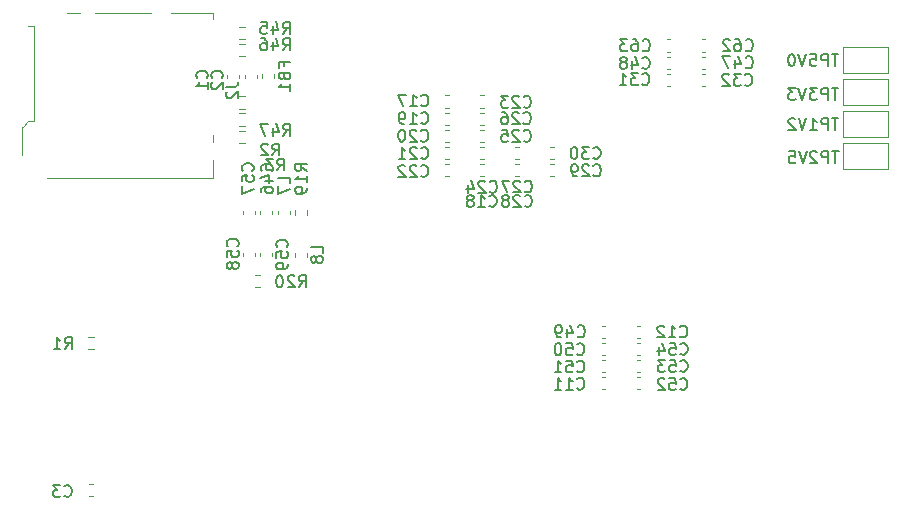
<source format=gbr>
%TF.GenerationSoftware,KiCad,Pcbnew,9.0.3*%
%TF.CreationDate,2025-10-10T12:54:04-04:00*%
%TF.ProjectId,sbc,7362632e-6b69-4636-9164-5f7063625858,rev?*%
%TF.SameCoordinates,Original*%
%TF.FileFunction,Legend,Bot*%
%TF.FilePolarity,Positive*%
%FSLAX46Y46*%
G04 Gerber Fmt 4.6, Leading zero omitted, Abs format (unit mm)*
G04 Created by KiCad (PCBNEW 9.0.3) date 2025-10-10 12:54:04*
%MOMM*%
%LPD*%
G01*
G04 APERTURE LIST*
%ADD10C,0.150000*%
%ADD11C,0.120000*%
G04 APERTURE END LIST*
D10*
X124371009Y-86556666D02*
X124371009Y-86223333D01*
X124894819Y-86223333D02*
X123894819Y-86223333D01*
X123894819Y-86223333D02*
X123894819Y-86699523D01*
X124371009Y-87413809D02*
X124418628Y-87556666D01*
X124418628Y-87556666D02*
X124466247Y-87604285D01*
X124466247Y-87604285D02*
X124561485Y-87651904D01*
X124561485Y-87651904D02*
X124704342Y-87651904D01*
X124704342Y-87651904D02*
X124799580Y-87604285D01*
X124799580Y-87604285D02*
X124847200Y-87556666D01*
X124847200Y-87556666D02*
X124894819Y-87461428D01*
X124894819Y-87461428D02*
X124894819Y-87080476D01*
X124894819Y-87080476D02*
X123894819Y-87080476D01*
X123894819Y-87080476D02*
X123894819Y-87413809D01*
X123894819Y-87413809D02*
X123942438Y-87509047D01*
X123942438Y-87509047D02*
X123990057Y-87556666D01*
X123990057Y-87556666D02*
X124085295Y-87604285D01*
X124085295Y-87604285D02*
X124180533Y-87604285D01*
X124180533Y-87604285D02*
X124275771Y-87556666D01*
X124275771Y-87556666D02*
X124323390Y-87509047D01*
X124323390Y-87509047D02*
X124371009Y-87413809D01*
X124371009Y-87413809D02*
X124371009Y-87080476D01*
X124894819Y-88604285D02*
X124894819Y-88032857D01*
X124894819Y-88318571D02*
X123894819Y-88318571D01*
X123894819Y-88318571D02*
X124037676Y-88223333D01*
X124037676Y-88223333D02*
X124132914Y-88128095D01*
X124132914Y-88128095D02*
X124180533Y-88032857D01*
X121689580Y-95397142D02*
X121737200Y-95349523D01*
X121737200Y-95349523D02*
X121784819Y-95206666D01*
X121784819Y-95206666D02*
X121784819Y-95111428D01*
X121784819Y-95111428D02*
X121737200Y-94968571D01*
X121737200Y-94968571D02*
X121641961Y-94873333D01*
X121641961Y-94873333D02*
X121546723Y-94825714D01*
X121546723Y-94825714D02*
X121356247Y-94778095D01*
X121356247Y-94778095D02*
X121213390Y-94778095D01*
X121213390Y-94778095D02*
X121022914Y-94825714D01*
X121022914Y-94825714D02*
X120927676Y-94873333D01*
X120927676Y-94873333D02*
X120832438Y-94968571D01*
X120832438Y-94968571D02*
X120784819Y-95111428D01*
X120784819Y-95111428D02*
X120784819Y-95206666D01*
X120784819Y-95206666D02*
X120832438Y-95349523D01*
X120832438Y-95349523D02*
X120880057Y-95397142D01*
X120784819Y-96301904D02*
X120784819Y-95825714D01*
X120784819Y-95825714D02*
X121261009Y-95778095D01*
X121261009Y-95778095D02*
X121213390Y-95825714D01*
X121213390Y-95825714D02*
X121165771Y-95920952D01*
X121165771Y-95920952D02*
X121165771Y-96159047D01*
X121165771Y-96159047D02*
X121213390Y-96254285D01*
X121213390Y-96254285D02*
X121261009Y-96301904D01*
X121261009Y-96301904D02*
X121356247Y-96349523D01*
X121356247Y-96349523D02*
X121594342Y-96349523D01*
X121594342Y-96349523D02*
X121689580Y-96301904D01*
X121689580Y-96301904D02*
X121737200Y-96254285D01*
X121737200Y-96254285D02*
X121784819Y-96159047D01*
X121784819Y-96159047D02*
X121784819Y-95920952D01*
X121784819Y-95920952D02*
X121737200Y-95825714D01*
X121737200Y-95825714D02*
X121689580Y-95778095D01*
X120784819Y-96682857D02*
X120784819Y-97349523D01*
X120784819Y-97349523D02*
X121784819Y-96920952D01*
X144632857Y-91349580D02*
X144680476Y-91397200D01*
X144680476Y-91397200D02*
X144823333Y-91444819D01*
X144823333Y-91444819D02*
X144918571Y-91444819D01*
X144918571Y-91444819D02*
X145061428Y-91397200D01*
X145061428Y-91397200D02*
X145156666Y-91301961D01*
X145156666Y-91301961D02*
X145204285Y-91206723D01*
X145204285Y-91206723D02*
X145251904Y-91016247D01*
X145251904Y-91016247D02*
X145251904Y-90873390D01*
X145251904Y-90873390D02*
X145204285Y-90682914D01*
X145204285Y-90682914D02*
X145156666Y-90587676D01*
X145156666Y-90587676D02*
X145061428Y-90492438D01*
X145061428Y-90492438D02*
X144918571Y-90444819D01*
X144918571Y-90444819D02*
X144823333Y-90444819D01*
X144823333Y-90444819D02*
X144680476Y-90492438D01*
X144680476Y-90492438D02*
X144632857Y-90540057D01*
X144251904Y-90540057D02*
X144204285Y-90492438D01*
X144204285Y-90492438D02*
X144109047Y-90444819D01*
X144109047Y-90444819D02*
X143870952Y-90444819D01*
X143870952Y-90444819D02*
X143775714Y-90492438D01*
X143775714Y-90492438D02*
X143728095Y-90540057D01*
X143728095Y-90540057D02*
X143680476Y-90635295D01*
X143680476Y-90635295D02*
X143680476Y-90730533D01*
X143680476Y-90730533D02*
X143728095Y-90873390D01*
X143728095Y-90873390D02*
X144299523Y-91444819D01*
X144299523Y-91444819D02*
X143680476Y-91444819D01*
X142823333Y-90444819D02*
X143013809Y-90444819D01*
X143013809Y-90444819D02*
X143109047Y-90492438D01*
X143109047Y-90492438D02*
X143156666Y-90540057D01*
X143156666Y-90540057D02*
X143251904Y-90682914D01*
X143251904Y-90682914D02*
X143299523Y-90873390D01*
X143299523Y-90873390D02*
X143299523Y-91254342D01*
X143299523Y-91254342D02*
X143251904Y-91349580D01*
X143251904Y-91349580D02*
X143204285Y-91397200D01*
X143204285Y-91397200D02*
X143109047Y-91444819D01*
X143109047Y-91444819D02*
X142918571Y-91444819D01*
X142918571Y-91444819D02*
X142823333Y-91397200D01*
X142823333Y-91397200D02*
X142775714Y-91349580D01*
X142775714Y-91349580D02*
X142728095Y-91254342D01*
X142728095Y-91254342D02*
X142728095Y-91016247D01*
X142728095Y-91016247D02*
X142775714Y-90921009D01*
X142775714Y-90921009D02*
X142823333Y-90873390D01*
X142823333Y-90873390D02*
X142918571Y-90825771D01*
X142918571Y-90825771D02*
X143109047Y-90825771D01*
X143109047Y-90825771D02*
X143204285Y-90873390D01*
X143204285Y-90873390D02*
X143251904Y-90921009D01*
X143251904Y-90921009D02*
X143299523Y-91016247D01*
X157882857Y-109409580D02*
X157930476Y-109457200D01*
X157930476Y-109457200D02*
X158073333Y-109504819D01*
X158073333Y-109504819D02*
X158168571Y-109504819D01*
X158168571Y-109504819D02*
X158311428Y-109457200D01*
X158311428Y-109457200D02*
X158406666Y-109361961D01*
X158406666Y-109361961D02*
X158454285Y-109266723D01*
X158454285Y-109266723D02*
X158501904Y-109076247D01*
X158501904Y-109076247D02*
X158501904Y-108933390D01*
X158501904Y-108933390D02*
X158454285Y-108742914D01*
X158454285Y-108742914D02*
X158406666Y-108647676D01*
X158406666Y-108647676D02*
X158311428Y-108552438D01*
X158311428Y-108552438D02*
X158168571Y-108504819D01*
X158168571Y-108504819D02*
X158073333Y-108504819D01*
X158073333Y-108504819D02*
X157930476Y-108552438D01*
X157930476Y-108552438D02*
X157882857Y-108600057D01*
X156930476Y-109504819D02*
X157501904Y-109504819D01*
X157216190Y-109504819D02*
X157216190Y-108504819D01*
X157216190Y-108504819D02*
X157311428Y-108647676D01*
X157311428Y-108647676D02*
X157406666Y-108742914D01*
X157406666Y-108742914D02*
X157501904Y-108790533D01*
X156549523Y-108600057D02*
X156501904Y-108552438D01*
X156501904Y-108552438D02*
X156406666Y-108504819D01*
X156406666Y-108504819D02*
X156168571Y-108504819D01*
X156168571Y-108504819D02*
X156073333Y-108552438D01*
X156073333Y-108552438D02*
X156025714Y-108600057D01*
X156025714Y-108600057D02*
X155978095Y-108695295D01*
X155978095Y-108695295D02*
X155978095Y-108790533D01*
X155978095Y-108790533D02*
X156025714Y-108933390D01*
X156025714Y-108933390D02*
X156597142Y-109504819D01*
X156597142Y-109504819D02*
X155978095Y-109504819D01*
X125612857Y-105244819D02*
X125946190Y-104768628D01*
X126184285Y-105244819D02*
X126184285Y-104244819D01*
X126184285Y-104244819D02*
X125803333Y-104244819D01*
X125803333Y-104244819D02*
X125708095Y-104292438D01*
X125708095Y-104292438D02*
X125660476Y-104340057D01*
X125660476Y-104340057D02*
X125612857Y-104435295D01*
X125612857Y-104435295D02*
X125612857Y-104578152D01*
X125612857Y-104578152D02*
X125660476Y-104673390D01*
X125660476Y-104673390D02*
X125708095Y-104721009D01*
X125708095Y-104721009D02*
X125803333Y-104768628D01*
X125803333Y-104768628D02*
X126184285Y-104768628D01*
X125231904Y-104340057D02*
X125184285Y-104292438D01*
X125184285Y-104292438D02*
X125089047Y-104244819D01*
X125089047Y-104244819D02*
X124850952Y-104244819D01*
X124850952Y-104244819D02*
X124755714Y-104292438D01*
X124755714Y-104292438D02*
X124708095Y-104340057D01*
X124708095Y-104340057D02*
X124660476Y-104435295D01*
X124660476Y-104435295D02*
X124660476Y-104530533D01*
X124660476Y-104530533D02*
X124708095Y-104673390D01*
X124708095Y-104673390D02*
X125279523Y-105244819D01*
X125279523Y-105244819D02*
X124660476Y-105244819D01*
X124041428Y-104244819D02*
X123946190Y-104244819D01*
X123946190Y-104244819D02*
X123850952Y-104292438D01*
X123850952Y-104292438D02*
X123803333Y-104340057D01*
X123803333Y-104340057D02*
X123755714Y-104435295D01*
X123755714Y-104435295D02*
X123708095Y-104625771D01*
X123708095Y-104625771D02*
X123708095Y-104863866D01*
X123708095Y-104863866D02*
X123755714Y-105054342D01*
X123755714Y-105054342D02*
X123803333Y-105149580D01*
X123803333Y-105149580D02*
X123850952Y-105197200D01*
X123850952Y-105197200D02*
X123946190Y-105244819D01*
X123946190Y-105244819D02*
X124041428Y-105244819D01*
X124041428Y-105244819D02*
X124136666Y-105197200D01*
X124136666Y-105197200D02*
X124184285Y-105149580D01*
X124184285Y-105149580D02*
X124231904Y-105054342D01*
X124231904Y-105054342D02*
X124279523Y-104863866D01*
X124279523Y-104863866D02*
X124279523Y-104625771D01*
X124279523Y-104625771D02*
X124231904Y-104435295D01*
X124231904Y-104435295D02*
X124184285Y-104340057D01*
X124184285Y-104340057D02*
X124136666Y-104292438D01*
X124136666Y-104292438D02*
X124041428Y-104244819D01*
X171296666Y-88384819D02*
X170725238Y-88384819D01*
X171010952Y-89384819D02*
X171010952Y-88384819D01*
X170391904Y-89384819D02*
X170391904Y-88384819D01*
X170391904Y-88384819D02*
X170010952Y-88384819D01*
X170010952Y-88384819D02*
X169915714Y-88432438D01*
X169915714Y-88432438D02*
X169868095Y-88480057D01*
X169868095Y-88480057D02*
X169820476Y-88575295D01*
X169820476Y-88575295D02*
X169820476Y-88718152D01*
X169820476Y-88718152D02*
X169868095Y-88813390D01*
X169868095Y-88813390D02*
X169915714Y-88861009D01*
X169915714Y-88861009D02*
X170010952Y-88908628D01*
X170010952Y-88908628D02*
X170391904Y-88908628D01*
X169487142Y-88384819D02*
X168868095Y-88384819D01*
X168868095Y-88384819D02*
X169201428Y-88765771D01*
X169201428Y-88765771D02*
X169058571Y-88765771D01*
X169058571Y-88765771D02*
X168963333Y-88813390D01*
X168963333Y-88813390D02*
X168915714Y-88861009D01*
X168915714Y-88861009D02*
X168868095Y-88956247D01*
X168868095Y-88956247D02*
X168868095Y-89194342D01*
X168868095Y-89194342D02*
X168915714Y-89289580D01*
X168915714Y-89289580D02*
X168963333Y-89337200D01*
X168963333Y-89337200D02*
X169058571Y-89384819D01*
X169058571Y-89384819D02*
X169344285Y-89384819D01*
X169344285Y-89384819D02*
X169439523Y-89337200D01*
X169439523Y-89337200D02*
X169487142Y-89289580D01*
X168582380Y-88384819D02*
X168249047Y-89384819D01*
X168249047Y-89384819D02*
X167915714Y-88384819D01*
X167677618Y-88384819D02*
X167058571Y-88384819D01*
X167058571Y-88384819D02*
X167391904Y-88765771D01*
X167391904Y-88765771D02*
X167249047Y-88765771D01*
X167249047Y-88765771D02*
X167153809Y-88813390D01*
X167153809Y-88813390D02*
X167106190Y-88861009D01*
X167106190Y-88861009D02*
X167058571Y-88956247D01*
X167058571Y-88956247D02*
X167058571Y-89194342D01*
X167058571Y-89194342D02*
X167106190Y-89289580D01*
X167106190Y-89289580D02*
X167153809Y-89337200D01*
X167153809Y-89337200D02*
X167249047Y-89384819D01*
X167249047Y-89384819D02*
X167534761Y-89384819D01*
X167534761Y-89384819D02*
X167629999Y-89337200D01*
X167629999Y-89337200D02*
X167677618Y-89289580D01*
X127644819Y-102325833D02*
X127644819Y-101849643D01*
X127644819Y-101849643D02*
X126644819Y-101849643D01*
X127073390Y-102802024D02*
X127025771Y-102706786D01*
X127025771Y-102706786D02*
X126978152Y-102659167D01*
X126978152Y-102659167D02*
X126882914Y-102611548D01*
X126882914Y-102611548D02*
X126835295Y-102611548D01*
X126835295Y-102611548D02*
X126740057Y-102659167D01*
X126740057Y-102659167D02*
X126692438Y-102706786D01*
X126692438Y-102706786D02*
X126644819Y-102802024D01*
X126644819Y-102802024D02*
X126644819Y-102992500D01*
X126644819Y-102992500D02*
X126692438Y-103087738D01*
X126692438Y-103087738D02*
X126740057Y-103135357D01*
X126740057Y-103135357D02*
X126835295Y-103182976D01*
X126835295Y-103182976D02*
X126882914Y-103182976D01*
X126882914Y-103182976D02*
X126978152Y-103135357D01*
X126978152Y-103135357D02*
X127025771Y-103087738D01*
X127025771Y-103087738D02*
X127073390Y-102992500D01*
X127073390Y-102992500D02*
X127073390Y-102802024D01*
X127073390Y-102802024D02*
X127121009Y-102706786D01*
X127121009Y-102706786D02*
X127168628Y-102659167D01*
X127168628Y-102659167D02*
X127263866Y-102611548D01*
X127263866Y-102611548D02*
X127454342Y-102611548D01*
X127454342Y-102611548D02*
X127549580Y-102659167D01*
X127549580Y-102659167D02*
X127597200Y-102706786D01*
X127597200Y-102706786D02*
X127644819Y-102802024D01*
X127644819Y-102802024D02*
X127644819Y-102992500D01*
X127644819Y-102992500D02*
X127597200Y-103087738D01*
X127597200Y-103087738D02*
X127549580Y-103135357D01*
X127549580Y-103135357D02*
X127454342Y-103182976D01*
X127454342Y-103182976D02*
X127263866Y-103182976D01*
X127263866Y-103182976D02*
X127168628Y-103135357D01*
X127168628Y-103135357D02*
X127121009Y-103087738D01*
X127121009Y-103087738D02*
X127073390Y-102992500D01*
X163437857Y-86619580D02*
X163485476Y-86667200D01*
X163485476Y-86667200D02*
X163628333Y-86714819D01*
X163628333Y-86714819D02*
X163723571Y-86714819D01*
X163723571Y-86714819D02*
X163866428Y-86667200D01*
X163866428Y-86667200D02*
X163961666Y-86571961D01*
X163961666Y-86571961D02*
X164009285Y-86476723D01*
X164009285Y-86476723D02*
X164056904Y-86286247D01*
X164056904Y-86286247D02*
X164056904Y-86143390D01*
X164056904Y-86143390D02*
X164009285Y-85952914D01*
X164009285Y-85952914D02*
X163961666Y-85857676D01*
X163961666Y-85857676D02*
X163866428Y-85762438D01*
X163866428Y-85762438D02*
X163723571Y-85714819D01*
X163723571Y-85714819D02*
X163628333Y-85714819D01*
X163628333Y-85714819D02*
X163485476Y-85762438D01*
X163485476Y-85762438D02*
X163437857Y-85810057D01*
X162580714Y-86048152D02*
X162580714Y-86714819D01*
X162818809Y-85667200D02*
X163056904Y-86381485D01*
X163056904Y-86381485D02*
X162437857Y-86381485D01*
X162152142Y-85714819D02*
X161485476Y-85714819D01*
X161485476Y-85714819D02*
X161914047Y-86714819D01*
X123773666Y-95363419D02*
X124106999Y-94887228D01*
X124345094Y-95363419D02*
X124345094Y-94363419D01*
X124345094Y-94363419D02*
X123964142Y-94363419D01*
X123964142Y-94363419D02*
X123868904Y-94411038D01*
X123868904Y-94411038D02*
X123821285Y-94458657D01*
X123821285Y-94458657D02*
X123773666Y-94553895D01*
X123773666Y-94553895D02*
X123773666Y-94696752D01*
X123773666Y-94696752D02*
X123821285Y-94791990D01*
X123821285Y-94791990D02*
X123868904Y-94839609D01*
X123868904Y-94839609D02*
X123964142Y-94887228D01*
X123964142Y-94887228D02*
X124345094Y-94887228D01*
X123440332Y-94363419D02*
X122821285Y-94363419D01*
X122821285Y-94363419D02*
X123154618Y-94744371D01*
X123154618Y-94744371D02*
X123011761Y-94744371D01*
X123011761Y-94744371D02*
X122916523Y-94791990D01*
X122916523Y-94791990D02*
X122868904Y-94839609D01*
X122868904Y-94839609D02*
X122821285Y-94934847D01*
X122821285Y-94934847D02*
X122821285Y-95172942D01*
X122821285Y-95172942D02*
X122868904Y-95268180D01*
X122868904Y-95268180D02*
X122916523Y-95315800D01*
X122916523Y-95315800D02*
X123011761Y-95363419D01*
X123011761Y-95363419D02*
X123297475Y-95363419D01*
X123297475Y-95363419D02*
X123392713Y-95315800D01*
X123392713Y-95315800D02*
X123440332Y-95268180D01*
X157912857Y-112339580D02*
X157960476Y-112387200D01*
X157960476Y-112387200D02*
X158103333Y-112434819D01*
X158103333Y-112434819D02*
X158198571Y-112434819D01*
X158198571Y-112434819D02*
X158341428Y-112387200D01*
X158341428Y-112387200D02*
X158436666Y-112291961D01*
X158436666Y-112291961D02*
X158484285Y-112196723D01*
X158484285Y-112196723D02*
X158531904Y-112006247D01*
X158531904Y-112006247D02*
X158531904Y-111863390D01*
X158531904Y-111863390D02*
X158484285Y-111672914D01*
X158484285Y-111672914D02*
X158436666Y-111577676D01*
X158436666Y-111577676D02*
X158341428Y-111482438D01*
X158341428Y-111482438D02*
X158198571Y-111434819D01*
X158198571Y-111434819D02*
X158103333Y-111434819D01*
X158103333Y-111434819D02*
X157960476Y-111482438D01*
X157960476Y-111482438D02*
X157912857Y-111530057D01*
X157008095Y-111434819D02*
X157484285Y-111434819D01*
X157484285Y-111434819D02*
X157531904Y-111911009D01*
X157531904Y-111911009D02*
X157484285Y-111863390D01*
X157484285Y-111863390D02*
X157389047Y-111815771D01*
X157389047Y-111815771D02*
X157150952Y-111815771D01*
X157150952Y-111815771D02*
X157055714Y-111863390D01*
X157055714Y-111863390D02*
X157008095Y-111911009D01*
X157008095Y-111911009D02*
X156960476Y-112006247D01*
X156960476Y-112006247D02*
X156960476Y-112244342D01*
X156960476Y-112244342D02*
X157008095Y-112339580D01*
X157008095Y-112339580D02*
X157055714Y-112387200D01*
X157055714Y-112387200D02*
X157150952Y-112434819D01*
X157150952Y-112434819D02*
X157389047Y-112434819D01*
X157389047Y-112434819D02*
X157484285Y-112387200D01*
X157484285Y-112387200D02*
X157531904Y-112339580D01*
X156627142Y-111434819D02*
X156008095Y-111434819D01*
X156008095Y-111434819D02*
X156341428Y-111815771D01*
X156341428Y-111815771D02*
X156198571Y-111815771D01*
X156198571Y-111815771D02*
X156103333Y-111863390D01*
X156103333Y-111863390D02*
X156055714Y-111911009D01*
X156055714Y-111911009D02*
X156008095Y-112006247D01*
X156008095Y-112006247D02*
X156008095Y-112244342D01*
X156008095Y-112244342D02*
X156055714Y-112339580D01*
X156055714Y-112339580D02*
X156103333Y-112387200D01*
X156103333Y-112387200D02*
X156198571Y-112434819D01*
X156198571Y-112434819D02*
X156484285Y-112434819D01*
X156484285Y-112434819D02*
X156579523Y-112387200D01*
X156579523Y-112387200D02*
X156627142Y-112339580D01*
X119091580Y-87532333D02*
X119139200Y-87484714D01*
X119139200Y-87484714D02*
X119186819Y-87341857D01*
X119186819Y-87341857D02*
X119186819Y-87246619D01*
X119186819Y-87246619D02*
X119139200Y-87103762D01*
X119139200Y-87103762D02*
X119043961Y-87008524D01*
X119043961Y-87008524D02*
X118948723Y-86960905D01*
X118948723Y-86960905D02*
X118758247Y-86913286D01*
X118758247Y-86913286D02*
X118615390Y-86913286D01*
X118615390Y-86913286D02*
X118424914Y-86960905D01*
X118424914Y-86960905D02*
X118329676Y-87008524D01*
X118329676Y-87008524D02*
X118234438Y-87103762D01*
X118234438Y-87103762D02*
X118186819Y-87246619D01*
X118186819Y-87246619D02*
X118186819Y-87341857D01*
X118186819Y-87341857D02*
X118234438Y-87484714D01*
X118234438Y-87484714D02*
X118282057Y-87532333D01*
X118282057Y-87913286D02*
X118234438Y-87960905D01*
X118234438Y-87960905D02*
X118186819Y-88056143D01*
X118186819Y-88056143D02*
X118186819Y-88294238D01*
X118186819Y-88294238D02*
X118234438Y-88389476D01*
X118234438Y-88389476D02*
X118282057Y-88437095D01*
X118282057Y-88437095D02*
X118377295Y-88484714D01*
X118377295Y-88484714D02*
X118472533Y-88484714D01*
X118472533Y-88484714D02*
X118615390Y-88437095D01*
X118615390Y-88437095D02*
X119186819Y-87865667D01*
X119186819Y-87865667D02*
X119186819Y-88484714D01*
X149172857Y-113829580D02*
X149220476Y-113877200D01*
X149220476Y-113877200D02*
X149363333Y-113924819D01*
X149363333Y-113924819D02*
X149458571Y-113924819D01*
X149458571Y-113924819D02*
X149601428Y-113877200D01*
X149601428Y-113877200D02*
X149696666Y-113781961D01*
X149696666Y-113781961D02*
X149744285Y-113686723D01*
X149744285Y-113686723D02*
X149791904Y-113496247D01*
X149791904Y-113496247D02*
X149791904Y-113353390D01*
X149791904Y-113353390D02*
X149744285Y-113162914D01*
X149744285Y-113162914D02*
X149696666Y-113067676D01*
X149696666Y-113067676D02*
X149601428Y-112972438D01*
X149601428Y-112972438D02*
X149458571Y-112924819D01*
X149458571Y-112924819D02*
X149363333Y-112924819D01*
X149363333Y-112924819D02*
X149220476Y-112972438D01*
X149220476Y-112972438D02*
X149172857Y-113020057D01*
X148220476Y-113924819D02*
X148791904Y-113924819D01*
X148506190Y-113924819D02*
X148506190Y-112924819D01*
X148506190Y-112924819D02*
X148601428Y-113067676D01*
X148601428Y-113067676D02*
X148696666Y-113162914D01*
X148696666Y-113162914D02*
X148791904Y-113210533D01*
X147268095Y-113924819D02*
X147839523Y-113924819D01*
X147553809Y-113924819D02*
X147553809Y-112924819D01*
X147553809Y-112924819D02*
X147649047Y-113067676D01*
X147649047Y-113067676D02*
X147744285Y-113162914D01*
X147744285Y-113162914D02*
X147839523Y-113210533D01*
X171306666Y-90954819D02*
X170735238Y-90954819D01*
X171020952Y-91954819D02*
X171020952Y-90954819D01*
X170401904Y-91954819D02*
X170401904Y-90954819D01*
X170401904Y-90954819D02*
X170020952Y-90954819D01*
X170020952Y-90954819D02*
X169925714Y-91002438D01*
X169925714Y-91002438D02*
X169878095Y-91050057D01*
X169878095Y-91050057D02*
X169830476Y-91145295D01*
X169830476Y-91145295D02*
X169830476Y-91288152D01*
X169830476Y-91288152D02*
X169878095Y-91383390D01*
X169878095Y-91383390D02*
X169925714Y-91431009D01*
X169925714Y-91431009D02*
X170020952Y-91478628D01*
X170020952Y-91478628D02*
X170401904Y-91478628D01*
X168878095Y-91954819D02*
X169449523Y-91954819D01*
X169163809Y-91954819D02*
X169163809Y-90954819D01*
X169163809Y-90954819D02*
X169259047Y-91097676D01*
X169259047Y-91097676D02*
X169354285Y-91192914D01*
X169354285Y-91192914D02*
X169449523Y-91240533D01*
X168592380Y-90954819D02*
X168259047Y-91954819D01*
X168259047Y-91954819D02*
X167925714Y-90954819D01*
X167639999Y-91050057D02*
X167592380Y-91002438D01*
X167592380Y-91002438D02*
X167497142Y-90954819D01*
X167497142Y-90954819D02*
X167259047Y-90954819D01*
X167259047Y-90954819D02*
X167163809Y-91002438D01*
X167163809Y-91002438D02*
X167116190Y-91050057D01*
X167116190Y-91050057D02*
X167068571Y-91145295D01*
X167068571Y-91145295D02*
X167068571Y-91240533D01*
X167068571Y-91240533D02*
X167116190Y-91383390D01*
X167116190Y-91383390D02*
X167687618Y-91954819D01*
X167687618Y-91954819D02*
X167068571Y-91954819D01*
X144642857Y-92839580D02*
X144690476Y-92887200D01*
X144690476Y-92887200D02*
X144833333Y-92934819D01*
X144833333Y-92934819D02*
X144928571Y-92934819D01*
X144928571Y-92934819D02*
X145071428Y-92887200D01*
X145071428Y-92887200D02*
X145166666Y-92791961D01*
X145166666Y-92791961D02*
X145214285Y-92696723D01*
X145214285Y-92696723D02*
X145261904Y-92506247D01*
X145261904Y-92506247D02*
X145261904Y-92363390D01*
X145261904Y-92363390D02*
X145214285Y-92172914D01*
X145214285Y-92172914D02*
X145166666Y-92077676D01*
X145166666Y-92077676D02*
X145071428Y-91982438D01*
X145071428Y-91982438D02*
X144928571Y-91934819D01*
X144928571Y-91934819D02*
X144833333Y-91934819D01*
X144833333Y-91934819D02*
X144690476Y-91982438D01*
X144690476Y-91982438D02*
X144642857Y-92030057D01*
X144261904Y-92030057D02*
X144214285Y-91982438D01*
X144214285Y-91982438D02*
X144119047Y-91934819D01*
X144119047Y-91934819D02*
X143880952Y-91934819D01*
X143880952Y-91934819D02*
X143785714Y-91982438D01*
X143785714Y-91982438D02*
X143738095Y-92030057D01*
X143738095Y-92030057D02*
X143690476Y-92125295D01*
X143690476Y-92125295D02*
X143690476Y-92220533D01*
X143690476Y-92220533D02*
X143738095Y-92363390D01*
X143738095Y-92363390D02*
X144309523Y-92934819D01*
X144309523Y-92934819D02*
X143690476Y-92934819D01*
X142785714Y-91934819D02*
X143261904Y-91934819D01*
X143261904Y-91934819D02*
X143309523Y-92411009D01*
X143309523Y-92411009D02*
X143261904Y-92363390D01*
X143261904Y-92363390D02*
X143166666Y-92315771D01*
X143166666Y-92315771D02*
X142928571Y-92315771D01*
X142928571Y-92315771D02*
X142833333Y-92363390D01*
X142833333Y-92363390D02*
X142785714Y-92411009D01*
X142785714Y-92411009D02*
X142738095Y-92506247D01*
X142738095Y-92506247D02*
X142738095Y-92744342D01*
X142738095Y-92744342D02*
X142785714Y-92839580D01*
X142785714Y-92839580D02*
X142833333Y-92887200D01*
X142833333Y-92887200D02*
X142928571Y-92934819D01*
X142928571Y-92934819D02*
X143166666Y-92934819D01*
X143166666Y-92934819D02*
X143261904Y-92887200D01*
X143261904Y-92887200D02*
X143309523Y-92839580D01*
X119474819Y-88266666D02*
X120189104Y-88266666D01*
X120189104Y-88266666D02*
X120331961Y-88219047D01*
X120331961Y-88219047D02*
X120427200Y-88123809D01*
X120427200Y-88123809D02*
X120474819Y-87980952D01*
X120474819Y-87980952D02*
X120474819Y-87885714D01*
X119570057Y-88695238D02*
X119522438Y-88742857D01*
X119522438Y-88742857D02*
X119474819Y-88838095D01*
X119474819Y-88838095D02*
X119474819Y-89076190D01*
X119474819Y-89076190D02*
X119522438Y-89171428D01*
X119522438Y-89171428D02*
X119570057Y-89219047D01*
X119570057Y-89219047D02*
X119665295Y-89266666D01*
X119665295Y-89266666D02*
X119760533Y-89266666D01*
X119760533Y-89266666D02*
X119903390Y-89219047D01*
X119903390Y-89219047D02*
X120474819Y-88647619D01*
X120474819Y-88647619D02*
X120474819Y-89266666D01*
X123309580Y-95407142D02*
X123357200Y-95359523D01*
X123357200Y-95359523D02*
X123404819Y-95216666D01*
X123404819Y-95216666D02*
X123404819Y-95121428D01*
X123404819Y-95121428D02*
X123357200Y-94978571D01*
X123357200Y-94978571D02*
X123261961Y-94883333D01*
X123261961Y-94883333D02*
X123166723Y-94835714D01*
X123166723Y-94835714D02*
X122976247Y-94788095D01*
X122976247Y-94788095D02*
X122833390Y-94788095D01*
X122833390Y-94788095D02*
X122642914Y-94835714D01*
X122642914Y-94835714D02*
X122547676Y-94883333D01*
X122547676Y-94883333D02*
X122452438Y-94978571D01*
X122452438Y-94978571D02*
X122404819Y-95121428D01*
X122404819Y-95121428D02*
X122404819Y-95216666D01*
X122404819Y-95216666D02*
X122452438Y-95359523D01*
X122452438Y-95359523D02*
X122500057Y-95407142D01*
X122738152Y-96264285D02*
X123404819Y-96264285D01*
X122357200Y-96026190D02*
X123071485Y-95788095D01*
X123071485Y-95788095D02*
X123071485Y-96407142D01*
X122404819Y-97216666D02*
X122404819Y-97026190D01*
X122404819Y-97026190D02*
X122452438Y-96930952D01*
X122452438Y-96930952D02*
X122500057Y-96883333D01*
X122500057Y-96883333D02*
X122642914Y-96788095D01*
X122642914Y-96788095D02*
X122833390Y-96740476D01*
X122833390Y-96740476D02*
X123214342Y-96740476D01*
X123214342Y-96740476D02*
X123309580Y-96788095D01*
X123309580Y-96788095D02*
X123357200Y-96835714D01*
X123357200Y-96835714D02*
X123404819Y-96930952D01*
X123404819Y-96930952D02*
X123404819Y-97121428D01*
X123404819Y-97121428D02*
X123357200Y-97216666D01*
X123357200Y-97216666D02*
X123309580Y-97264285D01*
X123309580Y-97264285D02*
X123214342Y-97311904D01*
X123214342Y-97311904D02*
X122976247Y-97311904D01*
X122976247Y-97311904D02*
X122881009Y-97264285D01*
X122881009Y-97264285D02*
X122833390Y-97216666D01*
X122833390Y-97216666D02*
X122785771Y-97121428D01*
X122785771Y-97121428D02*
X122785771Y-96930952D01*
X122785771Y-96930952D02*
X122833390Y-96835714D01*
X122833390Y-96835714D02*
X122881009Y-96788095D01*
X122881009Y-96788095D02*
X122976247Y-96740476D01*
X124262857Y-85196819D02*
X124596190Y-84720628D01*
X124834285Y-85196819D02*
X124834285Y-84196819D01*
X124834285Y-84196819D02*
X124453333Y-84196819D01*
X124453333Y-84196819D02*
X124358095Y-84244438D01*
X124358095Y-84244438D02*
X124310476Y-84292057D01*
X124310476Y-84292057D02*
X124262857Y-84387295D01*
X124262857Y-84387295D02*
X124262857Y-84530152D01*
X124262857Y-84530152D02*
X124310476Y-84625390D01*
X124310476Y-84625390D02*
X124358095Y-84673009D01*
X124358095Y-84673009D02*
X124453333Y-84720628D01*
X124453333Y-84720628D02*
X124834285Y-84720628D01*
X123405714Y-84530152D02*
X123405714Y-85196819D01*
X123643809Y-84149200D02*
X123881904Y-84863485D01*
X123881904Y-84863485D02*
X123262857Y-84863485D01*
X122453333Y-84196819D02*
X122643809Y-84196819D01*
X122643809Y-84196819D02*
X122739047Y-84244438D01*
X122739047Y-84244438D02*
X122786666Y-84292057D01*
X122786666Y-84292057D02*
X122881904Y-84434914D01*
X122881904Y-84434914D02*
X122929523Y-84625390D01*
X122929523Y-84625390D02*
X122929523Y-85006342D01*
X122929523Y-85006342D02*
X122881904Y-85101580D01*
X122881904Y-85101580D02*
X122834285Y-85149200D01*
X122834285Y-85149200D02*
X122739047Y-85196819D01*
X122739047Y-85196819D02*
X122548571Y-85196819D01*
X122548571Y-85196819D02*
X122453333Y-85149200D01*
X122453333Y-85149200D02*
X122405714Y-85101580D01*
X122405714Y-85101580D02*
X122358095Y-85006342D01*
X122358095Y-85006342D02*
X122358095Y-84768247D01*
X122358095Y-84768247D02*
X122405714Y-84673009D01*
X122405714Y-84673009D02*
X122453333Y-84625390D01*
X122453333Y-84625390D02*
X122548571Y-84577771D01*
X122548571Y-84577771D02*
X122739047Y-84577771D01*
X122739047Y-84577771D02*
X122834285Y-84625390D01*
X122834285Y-84625390D02*
X122881904Y-84673009D01*
X122881904Y-84673009D02*
X122929523Y-84768247D01*
X135972857Y-89859580D02*
X136020476Y-89907200D01*
X136020476Y-89907200D02*
X136163333Y-89954819D01*
X136163333Y-89954819D02*
X136258571Y-89954819D01*
X136258571Y-89954819D02*
X136401428Y-89907200D01*
X136401428Y-89907200D02*
X136496666Y-89811961D01*
X136496666Y-89811961D02*
X136544285Y-89716723D01*
X136544285Y-89716723D02*
X136591904Y-89526247D01*
X136591904Y-89526247D02*
X136591904Y-89383390D01*
X136591904Y-89383390D02*
X136544285Y-89192914D01*
X136544285Y-89192914D02*
X136496666Y-89097676D01*
X136496666Y-89097676D02*
X136401428Y-89002438D01*
X136401428Y-89002438D02*
X136258571Y-88954819D01*
X136258571Y-88954819D02*
X136163333Y-88954819D01*
X136163333Y-88954819D02*
X136020476Y-89002438D01*
X136020476Y-89002438D02*
X135972857Y-89050057D01*
X135020476Y-89954819D02*
X135591904Y-89954819D01*
X135306190Y-89954819D02*
X135306190Y-88954819D01*
X135306190Y-88954819D02*
X135401428Y-89097676D01*
X135401428Y-89097676D02*
X135496666Y-89192914D01*
X135496666Y-89192914D02*
X135591904Y-89240533D01*
X134687142Y-88954819D02*
X134020476Y-88954819D01*
X134020476Y-88954819D02*
X134449047Y-89954819D01*
X144732857Y-97129580D02*
X144780476Y-97177200D01*
X144780476Y-97177200D02*
X144923333Y-97224819D01*
X144923333Y-97224819D02*
X145018571Y-97224819D01*
X145018571Y-97224819D02*
X145161428Y-97177200D01*
X145161428Y-97177200D02*
X145256666Y-97081961D01*
X145256666Y-97081961D02*
X145304285Y-96986723D01*
X145304285Y-96986723D02*
X145351904Y-96796247D01*
X145351904Y-96796247D02*
X145351904Y-96653390D01*
X145351904Y-96653390D02*
X145304285Y-96462914D01*
X145304285Y-96462914D02*
X145256666Y-96367676D01*
X145256666Y-96367676D02*
X145161428Y-96272438D01*
X145161428Y-96272438D02*
X145018571Y-96224819D01*
X145018571Y-96224819D02*
X144923333Y-96224819D01*
X144923333Y-96224819D02*
X144780476Y-96272438D01*
X144780476Y-96272438D02*
X144732857Y-96320057D01*
X144351904Y-96320057D02*
X144304285Y-96272438D01*
X144304285Y-96272438D02*
X144209047Y-96224819D01*
X144209047Y-96224819D02*
X143970952Y-96224819D01*
X143970952Y-96224819D02*
X143875714Y-96272438D01*
X143875714Y-96272438D02*
X143828095Y-96320057D01*
X143828095Y-96320057D02*
X143780476Y-96415295D01*
X143780476Y-96415295D02*
X143780476Y-96510533D01*
X143780476Y-96510533D02*
X143828095Y-96653390D01*
X143828095Y-96653390D02*
X144399523Y-97224819D01*
X144399523Y-97224819D02*
X143780476Y-97224819D01*
X143447142Y-96224819D02*
X142780476Y-96224819D01*
X142780476Y-96224819D02*
X143209047Y-97224819D01*
X154682857Y-88049580D02*
X154730476Y-88097200D01*
X154730476Y-88097200D02*
X154873333Y-88144819D01*
X154873333Y-88144819D02*
X154968571Y-88144819D01*
X154968571Y-88144819D02*
X155111428Y-88097200D01*
X155111428Y-88097200D02*
X155206666Y-88001961D01*
X155206666Y-88001961D02*
X155254285Y-87906723D01*
X155254285Y-87906723D02*
X155301904Y-87716247D01*
X155301904Y-87716247D02*
X155301904Y-87573390D01*
X155301904Y-87573390D02*
X155254285Y-87382914D01*
X155254285Y-87382914D02*
X155206666Y-87287676D01*
X155206666Y-87287676D02*
X155111428Y-87192438D01*
X155111428Y-87192438D02*
X154968571Y-87144819D01*
X154968571Y-87144819D02*
X154873333Y-87144819D01*
X154873333Y-87144819D02*
X154730476Y-87192438D01*
X154730476Y-87192438D02*
X154682857Y-87240057D01*
X154349523Y-87144819D02*
X153730476Y-87144819D01*
X153730476Y-87144819D02*
X154063809Y-87525771D01*
X154063809Y-87525771D02*
X153920952Y-87525771D01*
X153920952Y-87525771D02*
X153825714Y-87573390D01*
X153825714Y-87573390D02*
X153778095Y-87621009D01*
X153778095Y-87621009D02*
X153730476Y-87716247D01*
X153730476Y-87716247D02*
X153730476Y-87954342D01*
X153730476Y-87954342D02*
X153778095Y-88049580D01*
X153778095Y-88049580D02*
X153825714Y-88097200D01*
X153825714Y-88097200D02*
X153920952Y-88144819D01*
X153920952Y-88144819D02*
X154206666Y-88144819D01*
X154206666Y-88144819D02*
X154301904Y-88097200D01*
X154301904Y-88097200D02*
X154349523Y-88049580D01*
X152778095Y-88144819D02*
X153349523Y-88144819D01*
X153063809Y-88144819D02*
X153063809Y-87144819D01*
X153063809Y-87144819D02*
X153159047Y-87287676D01*
X153159047Y-87287676D02*
X153254285Y-87382914D01*
X153254285Y-87382914D02*
X153349523Y-87430533D01*
X124589580Y-101847142D02*
X124637200Y-101799523D01*
X124637200Y-101799523D02*
X124684819Y-101656666D01*
X124684819Y-101656666D02*
X124684819Y-101561428D01*
X124684819Y-101561428D02*
X124637200Y-101418571D01*
X124637200Y-101418571D02*
X124541961Y-101323333D01*
X124541961Y-101323333D02*
X124446723Y-101275714D01*
X124446723Y-101275714D02*
X124256247Y-101228095D01*
X124256247Y-101228095D02*
X124113390Y-101228095D01*
X124113390Y-101228095D02*
X123922914Y-101275714D01*
X123922914Y-101275714D02*
X123827676Y-101323333D01*
X123827676Y-101323333D02*
X123732438Y-101418571D01*
X123732438Y-101418571D02*
X123684819Y-101561428D01*
X123684819Y-101561428D02*
X123684819Y-101656666D01*
X123684819Y-101656666D02*
X123732438Y-101799523D01*
X123732438Y-101799523D02*
X123780057Y-101847142D01*
X123684819Y-102751904D02*
X123684819Y-102275714D01*
X123684819Y-102275714D02*
X124161009Y-102228095D01*
X124161009Y-102228095D02*
X124113390Y-102275714D01*
X124113390Y-102275714D02*
X124065771Y-102370952D01*
X124065771Y-102370952D02*
X124065771Y-102609047D01*
X124065771Y-102609047D02*
X124113390Y-102704285D01*
X124113390Y-102704285D02*
X124161009Y-102751904D01*
X124161009Y-102751904D02*
X124256247Y-102799523D01*
X124256247Y-102799523D02*
X124494342Y-102799523D01*
X124494342Y-102799523D02*
X124589580Y-102751904D01*
X124589580Y-102751904D02*
X124637200Y-102704285D01*
X124637200Y-102704285D02*
X124684819Y-102609047D01*
X124684819Y-102609047D02*
X124684819Y-102370952D01*
X124684819Y-102370952D02*
X124637200Y-102275714D01*
X124637200Y-102275714D02*
X124589580Y-102228095D01*
X124684819Y-103275714D02*
X124684819Y-103466190D01*
X124684819Y-103466190D02*
X124637200Y-103561428D01*
X124637200Y-103561428D02*
X124589580Y-103609047D01*
X124589580Y-103609047D02*
X124446723Y-103704285D01*
X124446723Y-103704285D02*
X124256247Y-103751904D01*
X124256247Y-103751904D02*
X123875295Y-103751904D01*
X123875295Y-103751904D02*
X123780057Y-103704285D01*
X123780057Y-103704285D02*
X123732438Y-103656666D01*
X123732438Y-103656666D02*
X123684819Y-103561428D01*
X123684819Y-103561428D02*
X123684819Y-103370952D01*
X123684819Y-103370952D02*
X123732438Y-103275714D01*
X123732438Y-103275714D02*
X123780057Y-103228095D01*
X123780057Y-103228095D02*
X123875295Y-103180476D01*
X123875295Y-103180476D02*
X124113390Y-103180476D01*
X124113390Y-103180476D02*
X124208628Y-103228095D01*
X124208628Y-103228095D02*
X124256247Y-103275714D01*
X124256247Y-103275714D02*
X124303866Y-103370952D01*
X124303866Y-103370952D02*
X124303866Y-103561428D01*
X124303866Y-103561428D02*
X124256247Y-103656666D01*
X124256247Y-103656666D02*
X124208628Y-103704285D01*
X124208628Y-103704285D02*
X124113390Y-103751904D01*
X135952857Y-92829580D02*
X136000476Y-92877200D01*
X136000476Y-92877200D02*
X136143333Y-92924819D01*
X136143333Y-92924819D02*
X136238571Y-92924819D01*
X136238571Y-92924819D02*
X136381428Y-92877200D01*
X136381428Y-92877200D02*
X136476666Y-92781961D01*
X136476666Y-92781961D02*
X136524285Y-92686723D01*
X136524285Y-92686723D02*
X136571904Y-92496247D01*
X136571904Y-92496247D02*
X136571904Y-92353390D01*
X136571904Y-92353390D02*
X136524285Y-92162914D01*
X136524285Y-92162914D02*
X136476666Y-92067676D01*
X136476666Y-92067676D02*
X136381428Y-91972438D01*
X136381428Y-91972438D02*
X136238571Y-91924819D01*
X136238571Y-91924819D02*
X136143333Y-91924819D01*
X136143333Y-91924819D02*
X136000476Y-91972438D01*
X136000476Y-91972438D02*
X135952857Y-92020057D01*
X135571904Y-92020057D02*
X135524285Y-91972438D01*
X135524285Y-91972438D02*
X135429047Y-91924819D01*
X135429047Y-91924819D02*
X135190952Y-91924819D01*
X135190952Y-91924819D02*
X135095714Y-91972438D01*
X135095714Y-91972438D02*
X135048095Y-92020057D01*
X135048095Y-92020057D02*
X135000476Y-92115295D01*
X135000476Y-92115295D02*
X135000476Y-92210533D01*
X135000476Y-92210533D02*
X135048095Y-92353390D01*
X135048095Y-92353390D02*
X135619523Y-92924819D01*
X135619523Y-92924819D02*
X135000476Y-92924819D01*
X134381428Y-91924819D02*
X134286190Y-91924819D01*
X134286190Y-91924819D02*
X134190952Y-91972438D01*
X134190952Y-91972438D02*
X134143333Y-92020057D01*
X134143333Y-92020057D02*
X134095714Y-92115295D01*
X134095714Y-92115295D02*
X134048095Y-92305771D01*
X134048095Y-92305771D02*
X134048095Y-92543866D01*
X134048095Y-92543866D02*
X134095714Y-92734342D01*
X134095714Y-92734342D02*
X134143333Y-92829580D01*
X134143333Y-92829580D02*
X134190952Y-92877200D01*
X134190952Y-92877200D02*
X134286190Y-92924819D01*
X134286190Y-92924819D02*
X134381428Y-92924819D01*
X134381428Y-92924819D02*
X134476666Y-92877200D01*
X134476666Y-92877200D02*
X134524285Y-92829580D01*
X134524285Y-92829580D02*
X134571904Y-92734342D01*
X134571904Y-92734342D02*
X134619523Y-92543866D01*
X134619523Y-92543866D02*
X134619523Y-92305771D01*
X134619523Y-92305771D02*
X134571904Y-92115295D01*
X134571904Y-92115295D02*
X134524285Y-92020057D01*
X134524285Y-92020057D02*
X134476666Y-91972438D01*
X134476666Y-91972438D02*
X134381428Y-91924819D01*
X150542857Y-94289580D02*
X150590476Y-94337200D01*
X150590476Y-94337200D02*
X150733333Y-94384819D01*
X150733333Y-94384819D02*
X150828571Y-94384819D01*
X150828571Y-94384819D02*
X150971428Y-94337200D01*
X150971428Y-94337200D02*
X151066666Y-94241961D01*
X151066666Y-94241961D02*
X151114285Y-94146723D01*
X151114285Y-94146723D02*
X151161904Y-93956247D01*
X151161904Y-93956247D02*
X151161904Y-93813390D01*
X151161904Y-93813390D02*
X151114285Y-93622914D01*
X151114285Y-93622914D02*
X151066666Y-93527676D01*
X151066666Y-93527676D02*
X150971428Y-93432438D01*
X150971428Y-93432438D02*
X150828571Y-93384819D01*
X150828571Y-93384819D02*
X150733333Y-93384819D01*
X150733333Y-93384819D02*
X150590476Y-93432438D01*
X150590476Y-93432438D02*
X150542857Y-93480057D01*
X150209523Y-93384819D02*
X149590476Y-93384819D01*
X149590476Y-93384819D02*
X149923809Y-93765771D01*
X149923809Y-93765771D02*
X149780952Y-93765771D01*
X149780952Y-93765771D02*
X149685714Y-93813390D01*
X149685714Y-93813390D02*
X149638095Y-93861009D01*
X149638095Y-93861009D02*
X149590476Y-93956247D01*
X149590476Y-93956247D02*
X149590476Y-94194342D01*
X149590476Y-94194342D02*
X149638095Y-94289580D01*
X149638095Y-94289580D02*
X149685714Y-94337200D01*
X149685714Y-94337200D02*
X149780952Y-94384819D01*
X149780952Y-94384819D02*
X150066666Y-94384819D01*
X150066666Y-94384819D02*
X150161904Y-94337200D01*
X150161904Y-94337200D02*
X150209523Y-94289580D01*
X148971428Y-93384819D02*
X148876190Y-93384819D01*
X148876190Y-93384819D02*
X148780952Y-93432438D01*
X148780952Y-93432438D02*
X148733333Y-93480057D01*
X148733333Y-93480057D02*
X148685714Y-93575295D01*
X148685714Y-93575295D02*
X148638095Y-93765771D01*
X148638095Y-93765771D02*
X148638095Y-94003866D01*
X148638095Y-94003866D02*
X148685714Y-94194342D01*
X148685714Y-94194342D02*
X148733333Y-94289580D01*
X148733333Y-94289580D02*
X148780952Y-94337200D01*
X148780952Y-94337200D02*
X148876190Y-94384819D01*
X148876190Y-94384819D02*
X148971428Y-94384819D01*
X148971428Y-94384819D02*
X149066666Y-94337200D01*
X149066666Y-94337200D02*
X149114285Y-94289580D01*
X149114285Y-94289580D02*
X149161904Y-94194342D01*
X149161904Y-94194342D02*
X149209523Y-94003866D01*
X149209523Y-94003866D02*
X149209523Y-93765771D01*
X149209523Y-93765771D02*
X149161904Y-93575295D01*
X149161904Y-93575295D02*
X149114285Y-93480057D01*
X149114285Y-93480057D02*
X149066666Y-93432438D01*
X149066666Y-93432438D02*
X148971428Y-93384819D01*
X141762857Y-97149580D02*
X141810476Y-97197200D01*
X141810476Y-97197200D02*
X141953333Y-97244819D01*
X141953333Y-97244819D02*
X142048571Y-97244819D01*
X142048571Y-97244819D02*
X142191428Y-97197200D01*
X142191428Y-97197200D02*
X142286666Y-97101961D01*
X142286666Y-97101961D02*
X142334285Y-97006723D01*
X142334285Y-97006723D02*
X142381904Y-96816247D01*
X142381904Y-96816247D02*
X142381904Y-96673390D01*
X142381904Y-96673390D02*
X142334285Y-96482914D01*
X142334285Y-96482914D02*
X142286666Y-96387676D01*
X142286666Y-96387676D02*
X142191428Y-96292438D01*
X142191428Y-96292438D02*
X142048571Y-96244819D01*
X142048571Y-96244819D02*
X141953333Y-96244819D01*
X141953333Y-96244819D02*
X141810476Y-96292438D01*
X141810476Y-96292438D02*
X141762857Y-96340057D01*
X141381904Y-96340057D02*
X141334285Y-96292438D01*
X141334285Y-96292438D02*
X141239047Y-96244819D01*
X141239047Y-96244819D02*
X141000952Y-96244819D01*
X141000952Y-96244819D02*
X140905714Y-96292438D01*
X140905714Y-96292438D02*
X140858095Y-96340057D01*
X140858095Y-96340057D02*
X140810476Y-96435295D01*
X140810476Y-96435295D02*
X140810476Y-96530533D01*
X140810476Y-96530533D02*
X140858095Y-96673390D01*
X140858095Y-96673390D02*
X141429523Y-97244819D01*
X141429523Y-97244819D02*
X140810476Y-97244819D01*
X139953333Y-96578152D02*
X139953333Y-97244819D01*
X140191428Y-96197200D02*
X140429523Y-96911485D01*
X140429523Y-96911485D02*
X139810476Y-96911485D01*
X171316666Y-93744819D02*
X170745238Y-93744819D01*
X171030952Y-94744819D02*
X171030952Y-93744819D01*
X170411904Y-94744819D02*
X170411904Y-93744819D01*
X170411904Y-93744819D02*
X170030952Y-93744819D01*
X170030952Y-93744819D02*
X169935714Y-93792438D01*
X169935714Y-93792438D02*
X169888095Y-93840057D01*
X169888095Y-93840057D02*
X169840476Y-93935295D01*
X169840476Y-93935295D02*
X169840476Y-94078152D01*
X169840476Y-94078152D02*
X169888095Y-94173390D01*
X169888095Y-94173390D02*
X169935714Y-94221009D01*
X169935714Y-94221009D02*
X170030952Y-94268628D01*
X170030952Y-94268628D02*
X170411904Y-94268628D01*
X169459523Y-93840057D02*
X169411904Y-93792438D01*
X169411904Y-93792438D02*
X169316666Y-93744819D01*
X169316666Y-93744819D02*
X169078571Y-93744819D01*
X169078571Y-93744819D02*
X168983333Y-93792438D01*
X168983333Y-93792438D02*
X168935714Y-93840057D01*
X168935714Y-93840057D02*
X168888095Y-93935295D01*
X168888095Y-93935295D02*
X168888095Y-94030533D01*
X168888095Y-94030533D02*
X168935714Y-94173390D01*
X168935714Y-94173390D02*
X169507142Y-94744819D01*
X169507142Y-94744819D02*
X168888095Y-94744819D01*
X168602380Y-93744819D02*
X168269047Y-94744819D01*
X168269047Y-94744819D02*
X167935714Y-93744819D01*
X167126190Y-93744819D02*
X167602380Y-93744819D01*
X167602380Y-93744819D02*
X167649999Y-94221009D01*
X167649999Y-94221009D02*
X167602380Y-94173390D01*
X167602380Y-94173390D02*
X167507142Y-94125771D01*
X167507142Y-94125771D02*
X167269047Y-94125771D01*
X167269047Y-94125771D02*
X167173809Y-94173390D01*
X167173809Y-94173390D02*
X167126190Y-94221009D01*
X167126190Y-94221009D02*
X167078571Y-94316247D01*
X167078571Y-94316247D02*
X167078571Y-94554342D01*
X167078571Y-94554342D02*
X167126190Y-94649580D01*
X167126190Y-94649580D02*
X167173809Y-94697200D01*
X167173809Y-94697200D02*
X167269047Y-94744819D01*
X167269047Y-94744819D02*
X167507142Y-94744819D01*
X167507142Y-94744819D02*
X167602380Y-94697200D01*
X167602380Y-94697200D02*
X167649999Y-94649580D01*
X126294819Y-95417142D02*
X125818628Y-95083809D01*
X126294819Y-94845714D02*
X125294819Y-94845714D01*
X125294819Y-94845714D02*
X125294819Y-95226666D01*
X125294819Y-95226666D02*
X125342438Y-95321904D01*
X125342438Y-95321904D02*
X125390057Y-95369523D01*
X125390057Y-95369523D02*
X125485295Y-95417142D01*
X125485295Y-95417142D02*
X125628152Y-95417142D01*
X125628152Y-95417142D02*
X125723390Y-95369523D01*
X125723390Y-95369523D02*
X125771009Y-95321904D01*
X125771009Y-95321904D02*
X125818628Y-95226666D01*
X125818628Y-95226666D02*
X125818628Y-94845714D01*
X126294819Y-96369523D02*
X126294819Y-95798095D01*
X126294819Y-96083809D02*
X125294819Y-96083809D01*
X125294819Y-96083809D02*
X125437676Y-95988571D01*
X125437676Y-95988571D02*
X125532914Y-95893333D01*
X125532914Y-95893333D02*
X125580533Y-95798095D01*
X126294819Y-96845714D02*
X126294819Y-97036190D01*
X126294819Y-97036190D02*
X126247200Y-97131428D01*
X126247200Y-97131428D02*
X126199580Y-97179047D01*
X126199580Y-97179047D02*
X126056723Y-97274285D01*
X126056723Y-97274285D02*
X125866247Y-97321904D01*
X125866247Y-97321904D02*
X125485295Y-97321904D01*
X125485295Y-97321904D02*
X125390057Y-97274285D01*
X125390057Y-97274285D02*
X125342438Y-97226666D01*
X125342438Y-97226666D02*
X125294819Y-97131428D01*
X125294819Y-97131428D02*
X125294819Y-96940952D01*
X125294819Y-96940952D02*
X125342438Y-96845714D01*
X125342438Y-96845714D02*
X125390057Y-96798095D01*
X125390057Y-96798095D02*
X125485295Y-96750476D01*
X125485295Y-96750476D02*
X125723390Y-96750476D01*
X125723390Y-96750476D02*
X125818628Y-96798095D01*
X125818628Y-96798095D02*
X125866247Y-96845714D01*
X125866247Y-96845714D02*
X125913866Y-96940952D01*
X125913866Y-96940952D02*
X125913866Y-97131428D01*
X125913866Y-97131428D02*
X125866247Y-97226666D01*
X125866247Y-97226666D02*
X125818628Y-97274285D01*
X125818628Y-97274285D02*
X125723390Y-97321904D01*
X135972857Y-91339580D02*
X136020476Y-91387200D01*
X136020476Y-91387200D02*
X136163333Y-91434819D01*
X136163333Y-91434819D02*
X136258571Y-91434819D01*
X136258571Y-91434819D02*
X136401428Y-91387200D01*
X136401428Y-91387200D02*
X136496666Y-91291961D01*
X136496666Y-91291961D02*
X136544285Y-91196723D01*
X136544285Y-91196723D02*
X136591904Y-91006247D01*
X136591904Y-91006247D02*
X136591904Y-90863390D01*
X136591904Y-90863390D02*
X136544285Y-90672914D01*
X136544285Y-90672914D02*
X136496666Y-90577676D01*
X136496666Y-90577676D02*
X136401428Y-90482438D01*
X136401428Y-90482438D02*
X136258571Y-90434819D01*
X136258571Y-90434819D02*
X136163333Y-90434819D01*
X136163333Y-90434819D02*
X136020476Y-90482438D01*
X136020476Y-90482438D02*
X135972857Y-90530057D01*
X135020476Y-91434819D02*
X135591904Y-91434819D01*
X135306190Y-91434819D02*
X135306190Y-90434819D01*
X135306190Y-90434819D02*
X135401428Y-90577676D01*
X135401428Y-90577676D02*
X135496666Y-90672914D01*
X135496666Y-90672914D02*
X135591904Y-90720533D01*
X134544285Y-91434819D02*
X134353809Y-91434819D01*
X134353809Y-91434819D02*
X134258571Y-91387200D01*
X134258571Y-91387200D02*
X134210952Y-91339580D01*
X134210952Y-91339580D02*
X134115714Y-91196723D01*
X134115714Y-91196723D02*
X134068095Y-91006247D01*
X134068095Y-91006247D02*
X134068095Y-90625295D01*
X134068095Y-90625295D02*
X134115714Y-90530057D01*
X134115714Y-90530057D02*
X134163333Y-90482438D01*
X134163333Y-90482438D02*
X134258571Y-90434819D01*
X134258571Y-90434819D02*
X134449047Y-90434819D01*
X134449047Y-90434819D02*
X134544285Y-90482438D01*
X134544285Y-90482438D02*
X134591904Y-90530057D01*
X134591904Y-90530057D02*
X134639523Y-90625295D01*
X134639523Y-90625295D02*
X134639523Y-90863390D01*
X134639523Y-90863390D02*
X134591904Y-90958628D01*
X134591904Y-90958628D02*
X134544285Y-91006247D01*
X134544285Y-91006247D02*
X134449047Y-91053866D01*
X134449047Y-91053866D02*
X134258571Y-91053866D01*
X134258571Y-91053866D02*
X134163333Y-91006247D01*
X134163333Y-91006247D02*
X134115714Y-90958628D01*
X134115714Y-90958628D02*
X134068095Y-90863390D01*
X163372857Y-88099580D02*
X163420476Y-88147200D01*
X163420476Y-88147200D02*
X163563333Y-88194819D01*
X163563333Y-88194819D02*
X163658571Y-88194819D01*
X163658571Y-88194819D02*
X163801428Y-88147200D01*
X163801428Y-88147200D02*
X163896666Y-88051961D01*
X163896666Y-88051961D02*
X163944285Y-87956723D01*
X163944285Y-87956723D02*
X163991904Y-87766247D01*
X163991904Y-87766247D02*
X163991904Y-87623390D01*
X163991904Y-87623390D02*
X163944285Y-87432914D01*
X163944285Y-87432914D02*
X163896666Y-87337676D01*
X163896666Y-87337676D02*
X163801428Y-87242438D01*
X163801428Y-87242438D02*
X163658571Y-87194819D01*
X163658571Y-87194819D02*
X163563333Y-87194819D01*
X163563333Y-87194819D02*
X163420476Y-87242438D01*
X163420476Y-87242438D02*
X163372857Y-87290057D01*
X163039523Y-87194819D02*
X162420476Y-87194819D01*
X162420476Y-87194819D02*
X162753809Y-87575771D01*
X162753809Y-87575771D02*
X162610952Y-87575771D01*
X162610952Y-87575771D02*
X162515714Y-87623390D01*
X162515714Y-87623390D02*
X162468095Y-87671009D01*
X162468095Y-87671009D02*
X162420476Y-87766247D01*
X162420476Y-87766247D02*
X162420476Y-88004342D01*
X162420476Y-88004342D02*
X162468095Y-88099580D01*
X162468095Y-88099580D02*
X162515714Y-88147200D01*
X162515714Y-88147200D02*
X162610952Y-88194819D01*
X162610952Y-88194819D02*
X162896666Y-88194819D01*
X162896666Y-88194819D02*
X162991904Y-88147200D01*
X162991904Y-88147200D02*
X163039523Y-88099580D01*
X162039523Y-87290057D02*
X161991904Y-87242438D01*
X161991904Y-87242438D02*
X161896666Y-87194819D01*
X161896666Y-87194819D02*
X161658571Y-87194819D01*
X161658571Y-87194819D02*
X161563333Y-87242438D01*
X161563333Y-87242438D02*
X161515714Y-87290057D01*
X161515714Y-87290057D02*
X161468095Y-87385295D01*
X161468095Y-87385295D02*
X161468095Y-87480533D01*
X161468095Y-87480533D02*
X161515714Y-87623390D01*
X161515714Y-87623390D02*
X162087142Y-88194819D01*
X162087142Y-88194819D02*
X161468095Y-88194819D01*
X141742857Y-98369580D02*
X141790476Y-98417200D01*
X141790476Y-98417200D02*
X141933333Y-98464819D01*
X141933333Y-98464819D02*
X142028571Y-98464819D01*
X142028571Y-98464819D02*
X142171428Y-98417200D01*
X142171428Y-98417200D02*
X142266666Y-98321961D01*
X142266666Y-98321961D02*
X142314285Y-98226723D01*
X142314285Y-98226723D02*
X142361904Y-98036247D01*
X142361904Y-98036247D02*
X142361904Y-97893390D01*
X142361904Y-97893390D02*
X142314285Y-97702914D01*
X142314285Y-97702914D02*
X142266666Y-97607676D01*
X142266666Y-97607676D02*
X142171428Y-97512438D01*
X142171428Y-97512438D02*
X142028571Y-97464819D01*
X142028571Y-97464819D02*
X141933333Y-97464819D01*
X141933333Y-97464819D02*
X141790476Y-97512438D01*
X141790476Y-97512438D02*
X141742857Y-97560057D01*
X140790476Y-98464819D02*
X141361904Y-98464819D01*
X141076190Y-98464819D02*
X141076190Y-97464819D01*
X141076190Y-97464819D02*
X141171428Y-97607676D01*
X141171428Y-97607676D02*
X141266666Y-97702914D01*
X141266666Y-97702914D02*
X141361904Y-97750533D01*
X140219047Y-97893390D02*
X140314285Y-97845771D01*
X140314285Y-97845771D02*
X140361904Y-97798152D01*
X140361904Y-97798152D02*
X140409523Y-97702914D01*
X140409523Y-97702914D02*
X140409523Y-97655295D01*
X140409523Y-97655295D02*
X140361904Y-97560057D01*
X140361904Y-97560057D02*
X140314285Y-97512438D01*
X140314285Y-97512438D02*
X140219047Y-97464819D01*
X140219047Y-97464819D02*
X140028571Y-97464819D01*
X140028571Y-97464819D02*
X139933333Y-97512438D01*
X139933333Y-97512438D02*
X139885714Y-97560057D01*
X139885714Y-97560057D02*
X139838095Y-97655295D01*
X139838095Y-97655295D02*
X139838095Y-97702914D01*
X139838095Y-97702914D02*
X139885714Y-97798152D01*
X139885714Y-97798152D02*
X139933333Y-97845771D01*
X139933333Y-97845771D02*
X140028571Y-97893390D01*
X140028571Y-97893390D02*
X140219047Y-97893390D01*
X140219047Y-97893390D02*
X140314285Y-97941009D01*
X140314285Y-97941009D02*
X140361904Y-97988628D01*
X140361904Y-97988628D02*
X140409523Y-98083866D01*
X140409523Y-98083866D02*
X140409523Y-98274342D01*
X140409523Y-98274342D02*
X140361904Y-98369580D01*
X140361904Y-98369580D02*
X140314285Y-98417200D01*
X140314285Y-98417200D02*
X140219047Y-98464819D01*
X140219047Y-98464819D02*
X140028571Y-98464819D01*
X140028571Y-98464819D02*
X139933333Y-98417200D01*
X139933333Y-98417200D02*
X139885714Y-98369580D01*
X139885714Y-98369580D02*
X139838095Y-98274342D01*
X139838095Y-98274342D02*
X139838095Y-98083866D01*
X139838095Y-98083866D02*
X139885714Y-97988628D01*
X139885714Y-97988628D02*
X139933333Y-97941009D01*
X139933333Y-97941009D02*
X140028571Y-97893390D01*
X117821580Y-87532333D02*
X117869200Y-87484714D01*
X117869200Y-87484714D02*
X117916819Y-87341857D01*
X117916819Y-87341857D02*
X117916819Y-87246619D01*
X117916819Y-87246619D02*
X117869200Y-87103762D01*
X117869200Y-87103762D02*
X117773961Y-87008524D01*
X117773961Y-87008524D02*
X117678723Y-86960905D01*
X117678723Y-86960905D02*
X117488247Y-86913286D01*
X117488247Y-86913286D02*
X117345390Y-86913286D01*
X117345390Y-86913286D02*
X117154914Y-86960905D01*
X117154914Y-86960905D02*
X117059676Y-87008524D01*
X117059676Y-87008524D02*
X116964438Y-87103762D01*
X116964438Y-87103762D02*
X116916819Y-87246619D01*
X116916819Y-87246619D02*
X116916819Y-87341857D01*
X116916819Y-87341857D02*
X116964438Y-87484714D01*
X116964438Y-87484714D02*
X117012057Y-87532333D01*
X117916819Y-88484714D02*
X117916819Y-87913286D01*
X117916819Y-88199000D02*
X116916819Y-88199000D01*
X116916819Y-88199000D02*
X117059676Y-88103762D01*
X117059676Y-88103762D02*
X117154914Y-88008524D01*
X117154914Y-88008524D02*
X117202533Y-87913286D01*
X144642857Y-89959580D02*
X144690476Y-90007200D01*
X144690476Y-90007200D02*
X144833333Y-90054819D01*
X144833333Y-90054819D02*
X144928571Y-90054819D01*
X144928571Y-90054819D02*
X145071428Y-90007200D01*
X145071428Y-90007200D02*
X145166666Y-89911961D01*
X145166666Y-89911961D02*
X145214285Y-89816723D01*
X145214285Y-89816723D02*
X145261904Y-89626247D01*
X145261904Y-89626247D02*
X145261904Y-89483390D01*
X145261904Y-89483390D02*
X145214285Y-89292914D01*
X145214285Y-89292914D02*
X145166666Y-89197676D01*
X145166666Y-89197676D02*
X145071428Y-89102438D01*
X145071428Y-89102438D02*
X144928571Y-89054819D01*
X144928571Y-89054819D02*
X144833333Y-89054819D01*
X144833333Y-89054819D02*
X144690476Y-89102438D01*
X144690476Y-89102438D02*
X144642857Y-89150057D01*
X144261904Y-89150057D02*
X144214285Y-89102438D01*
X144214285Y-89102438D02*
X144119047Y-89054819D01*
X144119047Y-89054819D02*
X143880952Y-89054819D01*
X143880952Y-89054819D02*
X143785714Y-89102438D01*
X143785714Y-89102438D02*
X143738095Y-89150057D01*
X143738095Y-89150057D02*
X143690476Y-89245295D01*
X143690476Y-89245295D02*
X143690476Y-89340533D01*
X143690476Y-89340533D02*
X143738095Y-89483390D01*
X143738095Y-89483390D02*
X144309523Y-90054819D01*
X144309523Y-90054819D02*
X143690476Y-90054819D01*
X143357142Y-89054819D02*
X142738095Y-89054819D01*
X142738095Y-89054819D02*
X143071428Y-89435771D01*
X143071428Y-89435771D02*
X142928571Y-89435771D01*
X142928571Y-89435771D02*
X142833333Y-89483390D01*
X142833333Y-89483390D02*
X142785714Y-89531009D01*
X142785714Y-89531009D02*
X142738095Y-89626247D01*
X142738095Y-89626247D02*
X142738095Y-89864342D01*
X142738095Y-89864342D02*
X142785714Y-89959580D01*
X142785714Y-89959580D02*
X142833333Y-90007200D01*
X142833333Y-90007200D02*
X142928571Y-90054819D01*
X142928571Y-90054819D02*
X143214285Y-90054819D01*
X143214285Y-90054819D02*
X143309523Y-90007200D01*
X143309523Y-90007200D02*
X143357142Y-89959580D01*
X149172857Y-110909580D02*
X149220476Y-110957200D01*
X149220476Y-110957200D02*
X149363333Y-111004819D01*
X149363333Y-111004819D02*
X149458571Y-111004819D01*
X149458571Y-111004819D02*
X149601428Y-110957200D01*
X149601428Y-110957200D02*
X149696666Y-110861961D01*
X149696666Y-110861961D02*
X149744285Y-110766723D01*
X149744285Y-110766723D02*
X149791904Y-110576247D01*
X149791904Y-110576247D02*
X149791904Y-110433390D01*
X149791904Y-110433390D02*
X149744285Y-110242914D01*
X149744285Y-110242914D02*
X149696666Y-110147676D01*
X149696666Y-110147676D02*
X149601428Y-110052438D01*
X149601428Y-110052438D02*
X149458571Y-110004819D01*
X149458571Y-110004819D02*
X149363333Y-110004819D01*
X149363333Y-110004819D02*
X149220476Y-110052438D01*
X149220476Y-110052438D02*
X149172857Y-110100057D01*
X148268095Y-110004819D02*
X148744285Y-110004819D01*
X148744285Y-110004819D02*
X148791904Y-110481009D01*
X148791904Y-110481009D02*
X148744285Y-110433390D01*
X148744285Y-110433390D02*
X148649047Y-110385771D01*
X148649047Y-110385771D02*
X148410952Y-110385771D01*
X148410952Y-110385771D02*
X148315714Y-110433390D01*
X148315714Y-110433390D02*
X148268095Y-110481009D01*
X148268095Y-110481009D02*
X148220476Y-110576247D01*
X148220476Y-110576247D02*
X148220476Y-110814342D01*
X148220476Y-110814342D02*
X148268095Y-110909580D01*
X148268095Y-110909580D02*
X148315714Y-110957200D01*
X148315714Y-110957200D02*
X148410952Y-111004819D01*
X148410952Y-111004819D02*
X148649047Y-111004819D01*
X148649047Y-111004819D02*
X148744285Y-110957200D01*
X148744285Y-110957200D02*
X148791904Y-110909580D01*
X147601428Y-110004819D02*
X147506190Y-110004819D01*
X147506190Y-110004819D02*
X147410952Y-110052438D01*
X147410952Y-110052438D02*
X147363333Y-110100057D01*
X147363333Y-110100057D02*
X147315714Y-110195295D01*
X147315714Y-110195295D02*
X147268095Y-110385771D01*
X147268095Y-110385771D02*
X147268095Y-110623866D01*
X147268095Y-110623866D02*
X147315714Y-110814342D01*
X147315714Y-110814342D02*
X147363333Y-110909580D01*
X147363333Y-110909580D02*
X147410952Y-110957200D01*
X147410952Y-110957200D02*
X147506190Y-111004819D01*
X147506190Y-111004819D02*
X147601428Y-111004819D01*
X147601428Y-111004819D02*
X147696666Y-110957200D01*
X147696666Y-110957200D02*
X147744285Y-110909580D01*
X147744285Y-110909580D02*
X147791904Y-110814342D01*
X147791904Y-110814342D02*
X147839523Y-110623866D01*
X147839523Y-110623866D02*
X147839523Y-110385771D01*
X147839523Y-110385771D02*
X147791904Y-110195295D01*
X147791904Y-110195295D02*
X147744285Y-110100057D01*
X147744285Y-110100057D02*
X147696666Y-110052438D01*
X147696666Y-110052438D02*
X147601428Y-110004819D01*
X154727857Y-85179580D02*
X154775476Y-85227200D01*
X154775476Y-85227200D02*
X154918333Y-85274819D01*
X154918333Y-85274819D02*
X155013571Y-85274819D01*
X155013571Y-85274819D02*
X155156428Y-85227200D01*
X155156428Y-85227200D02*
X155251666Y-85131961D01*
X155251666Y-85131961D02*
X155299285Y-85036723D01*
X155299285Y-85036723D02*
X155346904Y-84846247D01*
X155346904Y-84846247D02*
X155346904Y-84703390D01*
X155346904Y-84703390D02*
X155299285Y-84512914D01*
X155299285Y-84512914D02*
X155251666Y-84417676D01*
X155251666Y-84417676D02*
X155156428Y-84322438D01*
X155156428Y-84322438D02*
X155013571Y-84274819D01*
X155013571Y-84274819D02*
X154918333Y-84274819D01*
X154918333Y-84274819D02*
X154775476Y-84322438D01*
X154775476Y-84322438D02*
X154727857Y-84370057D01*
X153870714Y-84274819D02*
X154061190Y-84274819D01*
X154061190Y-84274819D02*
X154156428Y-84322438D01*
X154156428Y-84322438D02*
X154204047Y-84370057D01*
X154204047Y-84370057D02*
X154299285Y-84512914D01*
X154299285Y-84512914D02*
X154346904Y-84703390D01*
X154346904Y-84703390D02*
X154346904Y-85084342D01*
X154346904Y-85084342D02*
X154299285Y-85179580D01*
X154299285Y-85179580D02*
X154251666Y-85227200D01*
X154251666Y-85227200D02*
X154156428Y-85274819D01*
X154156428Y-85274819D02*
X153965952Y-85274819D01*
X153965952Y-85274819D02*
X153870714Y-85227200D01*
X153870714Y-85227200D02*
X153823095Y-85179580D01*
X153823095Y-85179580D02*
X153775476Y-85084342D01*
X153775476Y-85084342D02*
X153775476Y-84846247D01*
X153775476Y-84846247D02*
X153823095Y-84751009D01*
X153823095Y-84751009D02*
X153870714Y-84703390D01*
X153870714Y-84703390D02*
X153965952Y-84655771D01*
X153965952Y-84655771D02*
X154156428Y-84655771D01*
X154156428Y-84655771D02*
X154251666Y-84703390D01*
X154251666Y-84703390D02*
X154299285Y-84751009D01*
X154299285Y-84751009D02*
X154346904Y-84846247D01*
X153442142Y-84274819D02*
X152823095Y-84274819D01*
X152823095Y-84274819D02*
X153156428Y-84655771D01*
X153156428Y-84655771D02*
X153013571Y-84655771D01*
X153013571Y-84655771D02*
X152918333Y-84703390D01*
X152918333Y-84703390D02*
X152870714Y-84751009D01*
X152870714Y-84751009D02*
X152823095Y-84846247D01*
X152823095Y-84846247D02*
X152823095Y-85084342D01*
X152823095Y-85084342D02*
X152870714Y-85179580D01*
X152870714Y-85179580D02*
X152918333Y-85227200D01*
X152918333Y-85227200D02*
X153013571Y-85274819D01*
X153013571Y-85274819D02*
X153299285Y-85274819D01*
X153299285Y-85274819D02*
X153394523Y-85227200D01*
X153394523Y-85227200D02*
X153442142Y-85179580D01*
X154707857Y-86669580D02*
X154755476Y-86717200D01*
X154755476Y-86717200D02*
X154898333Y-86764819D01*
X154898333Y-86764819D02*
X154993571Y-86764819D01*
X154993571Y-86764819D02*
X155136428Y-86717200D01*
X155136428Y-86717200D02*
X155231666Y-86621961D01*
X155231666Y-86621961D02*
X155279285Y-86526723D01*
X155279285Y-86526723D02*
X155326904Y-86336247D01*
X155326904Y-86336247D02*
X155326904Y-86193390D01*
X155326904Y-86193390D02*
X155279285Y-86002914D01*
X155279285Y-86002914D02*
X155231666Y-85907676D01*
X155231666Y-85907676D02*
X155136428Y-85812438D01*
X155136428Y-85812438D02*
X154993571Y-85764819D01*
X154993571Y-85764819D02*
X154898333Y-85764819D01*
X154898333Y-85764819D02*
X154755476Y-85812438D01*
X154755476Y-85812438D02*
X154707857Y-85860057D01*
X153850714Y-86098152D02*
X153850714Y-86764819D01*
X154088809Y-85717200D02*
X154326904Y-86431485D01*
X154326904Y-86431485D02*
X153707857Y-86431485D01*
X153184047Y-86193390D02*
X153279285Y-86145771D01*
X153279285Y-86145771D02*
X153326904Y-86098152D01*
X153326904Y-86098152D02*
X153374523Y-86002914D01*
X153374523Y-86002914D02*
X153374523Y-85955295D01*
X153374523Y-85955295D02*
X153326904Y-85860057D01*
X153326904Y-85860057D02*
X153279285Y-85812438D01*
X153279285Y-85812438D02*
X153184047Y-85764819D01*
X153184047Y-85764819D02*
X152993571Y-85764819D01*
X152993571Y-85764819D02*
X152898333Y-85812438D01*
X152898333Y-85812438D02*
X152850714Y-85860057D01*
X152850714Y-85860057D02*
X152803095Y-85955295D01*
X152803095Y-85955295D02*
X152803095Y-86002914D01*
X152803095Y-86002914D02*
X152850714Y-86098152D01*
X152850714Y-86098152D02*
X152898333Y-86145771D01*
X152898333Y-86145771D02*
X152993571Y-86193390D01*
X152993571Y-86193390D02*
X153184047Y-86193390D01*
X153184047Y-86193390D02*
X153279285Y-86241009D01*
X153279285Y-86241009D02*
X153326904Y-86288628D01*
X153326904Y-86288628D02*
X153374523Y-86383866D01*
X153374523Y-86383866D02*
X153374523Y-86574342D01*
X153374523Y-86574342D02*
X153326904Y-86669580D01*
X153326904Y-86669580D02*
X153279285Y-86717200D01*
X153279285Y-86717200D02*
X153184047Y-86764819D01*
X153184047Y-86764819D02*
X152993571Y-86764819D01*
X152993571Y-86764819D02*
X152898333Y-86717200D01*
X152898333Y-86717200D02*
X152850714Y-86669580D01*
X152850714Y-86669580D02*
X152803095Y-86574342D01*
X152803095Y-86574342D02*
X152803095Y-86383866D01*
X152803095Y-86383866D02*
X152850714Y-86288628D01*
X152850714Y-86288628D02*
X152898333Y-86241009D01*
X152898333Y-86241009D02*
X152993571Y-86193390D01*
X171286666Y-85514819D02*
X170715238Y-85514819D01*
X171000952Y-86514819D02*
X171000952Y-85514819D01*
X170381904Y-86514819D02*
X170381904Y-85514819D01*
X170381904Y-85514819D02*
X170000952Y-85514819D01*
X170000952Y-85514819D02*
X169905714Y-85562438D01*
X169905714Y-85562438D02*
X169858095Y-85610057D01*
X169858095Y-85610057D02*
X169810476Y-85705295D01*
X169810476Y-85705295D02*
X169810476Y-85848152D01*
X169810476Y-85848152D02*
X169858095Y-85943390D01*
X169858095Y-85943390D02*
X169905714Y-85991009D01*
X169905714Y-85991009D02*
X170000952Y-86038628D01*
X170000952Y-86038628D02*
X170381904Y-86038628D01*
X168905714Y-85514819D02*
X169381904Y-85514819D01*
X169381904Y-85514819D02*
X169429523Y-85991009D01*
X169429523Y-85991009D02*
X169381904Y-85943390D01*
X169381904Y-85943390D02*
X169286666Y-85895771D01*
X169286666Y-85895771D02*
X169048571Y-85895771D01*
X169048571Y-85895771D02*
X168953333Y-85943390D01*
X168953333Y-85943390D02*
X168905714Y-85991009D01*
X168905714Y-85991009D02*
X168858095Y-86086247D01*
X168858095Y-86086247D02*
X168858095Y-86324342D01*
X168858095Y-86324342D02*
X168905714Y-86419580D01*
X168905714Y-86419580D02*
X168953333Y-86467200D01*
X168953333Y-86467200D02*
X169048571Y-86514819D01*
X169048571Y-86514819D02*
X169286666Y-86514819D01*
X169286666Y-86514819D02*
X169381904Y-86467200D01*
X169381904Y-86467200D02*
X169429523Y-86419580D01*
X168572380Y-85514819D02*
X168239047Y-86514819D01*
X168239047Y-86514819D02*
X167905714Y-85514819D01*
X167381904Y-85514819D02*
X167286666Y-85514819D01*
X167286666Y-85514819D02*
X167191428Y-85562438D01*
X167191428Y-85562438D02*
X167143809Y-85610057D01*
X167143809Y-85610057D02*
X167096190Y-85705295D01*
X167096190Y-85705295D02*
X167048571Y-85895771D01*
X167048571Y-85895771D02*
X167048571Y-86133866D01*
X167048571Y-86133866D02*
X167096190Y-86324342D01*
X167096190Y-86324342D02*
X167143809Y-86419580D01*
X167143809Y-86419580D02*
X167191428Y-86467200D01*
X167191428Y-86467200D02*
X167286666Y-86514819D01*
X167286666Y-86514819D02*
X167381904Y-86514819D01*
X167381904Y-86514819D02*
X167477142Y-86467200D01*
X167477142Y-86467200D02*
X167524761Y-86419580D01*
X167524761Y-86419580D02*
X167572380Y-86324342D01*
X167572380Y-86324342D02*
X167619999Y-86133866D01*
X167619999Y-86133866D02*
X167619999Y-85895771D01*
X167619999Y-85895771D02*
X167572380Y-85705295D01*
X167572380Y-85705295D02*
X167524761Y-85610057D01*
X167524761Y-85610057D02*
X167477142Y-85562438D01*
X167477142Y-85562438D02*
X167381904Y-85514819D01*
X157912857Y-110899580D02*
X157960476Y-110947200D01*
X157960476Y-110947200D02*
X158103333Y-110994819D01*
X158103333Y-110994819D02*
X158198571Y-110994819D01*
X158198571Y-110994819D02*
X158341428Y-110947200D01*
X158341428Y-110947200D02*
X158436666Y-110851961D01*
X158436666Y-110851961D02*
X158484285Y-110756723D01*
X158484285Y-110756723D02*
X158531904Y-110566247D01*
X158531904Y-110566247D02*
X158531904Y-110423390D01*
X158531904Y-110423390D02*
X158484285Y-110232914D01*
X158484285Y-110232914D02*
X158436666Y-110137676D01*
X158436666Y-110137676D02*
X158341428Y-110042438D01*
X158341428Y-110042438D02*
X158198571Y-109994819D01*
X158198571Y-109994819D02*
X158103333Y-109994819D01*
X158103333Y-109994819D02*
X157960476Y-110042438D01*
X157960476Y-110042438D02*
X157912857Y-110090057D01*
X157008095Y-109994819D02*
X157484285Y-109994819D01*
X157484285Y-109994819D02*
X157531904Y-110471009D01*
X157531904Y-110471009D02*
X157484285Y-110423390D01*
X157484285Y-110423390D02*
X157389047Y-110375771D01*
X157389047Y-110375771D02*
X157150952Y-110375771D01*
X157150952Y-110375771D02*
X157055714Y-110423390D01*
X157055714Y-110423390D02*
X157008095Y-110471009D01*
X157008095Y-110471009D02*
X156960476Y-110566247D01*
X156960476Y-110566247D02*
X156960476Y-110804342D01*
X156960476Y-110804342D02*
X157008095Y-110899580D01*
X157008095Y-110899580D02*
X157055714Y-110947200D01*
X157055714Y-110947200D02*
X157150952Y-110994819D01*
X157150952Y-110994819D02*
X157389047Y-110994819D01*
X157389047Y-110994819D02*
X157484285Y-110947200D01*
X157484285Y-110947200D02*
X157531904Y-110899580D01*
X156103333Y-110328152D02*
X156103333Y-110994819D01*
X156341428Y-109947200D02*
X156579523Y-110661485D01*
X156579523Y-110661485D02*
X155960476Y-110661485D01*
X149172857Y-112369580D02*
X149220476Y-112417200D01*
X149220476Y-112417200D02*
X149363333Y-112464819D01*
X149363333Y-112464819D02*
X149458571Y-112464819D01*
X149458571Y-112464819D02*
X149601428Y-112417200D01*
X149601428Y-112417200D02*
X149696666Y-112321961D01*
X149696666Y-112321961D02*
X149744285Y-112226723D01*
X149744285Y-112226723D02*
X149791904Y-112036247D01*
X149791904Y-112036247D02*
X149791904Y-111893390D01*
X149791904Y-111893390D02*
X149744285Y-111702914D01*
X149744285Y-111702914D02*
X149696666Y-111607676D01*
X149696666Y-111607676D02*
X149601428Y-111512438D01*
X149601428Y-111512438D02*
X149458571Y-111464819D01*
X149458571Y-111464819D02*
X149363333Y-111464819D01*
X149363333Y-111464819D02*
X149220476Y-111512438D01*
X149220476Y-111512438D02*
X149172857Y-111560057D01*
X148268095Y-111464819D02*
X148744285Y-111464819D01*
X148744285Y-111464819D02*
X148791904Y-111941009D01*
X148791904Y-111941009D02*
X148744285Y-111893390D01*
X148744285Y-111893390D02*
X148649047Y-111845771D01*
X148649047Y-111845771D02*
X148410952Y-111845771D01*
X148410952Y-111845771D02*
X148315714Y-111893390D01*
X148315714Y-111893390D02*
X148268095Y-111941009D01*
X148268095Y-111941009D02*
X148220476Y-112036247D01*
X148220476Y-112036247D02*
X148220476Y-112274342D01*
X148220476Y-112274342D02*
X148268095Y-112369580D01*
X148268095Y-112369580D02*
X148315714Y-112417200D01*
X148315714Y-112417200D02*
X148410952Y-112464819D01*
X148410952Y-112464819D02*
X148649047Y-112464819D01*
X148649047Y-112464819D02*
X148744285Y-112417200D01*
X148744285Y-112417200D02*
X148791904Y-112369580D01*
X147268095Y-112464819D02*
X147839523Y-112464819D01*
X147553809Y-112464819D02*
X147553809Y-111464819D01*
X147553809Y-111464819D02*
X147649047Y-111607676D01*
X147649047Y-111607676D02*
X147744285Y-111702914D01*
X147744285Y-111702914D02*
X147839523Y-111750533D01*
X135972857Y-94309580D02*
X136020476Y-94357200D01*
X136020476Y-94357200D02*
X136163333Y-94404819D01*
X136163333Y-94404819D02*
X136258571Y-94404819D01*
X136258571Y-94404819D02*
X136401428Y-94357200D01*
X136401428Y-94357200D02*
X136496666Y-94261961D01*
X136496666Y-94261961D02*
X136544285Y-94166723D01*
X136544285Y-94166723D02*
X136591904Y-93976247D01*
X136591904Y-93976247D02*
X136591904Y-93833390D01*
X136591904Y-93833390D02*
X136544285Y-93642914D01*
X136544285Y-93642914D02*
X136496666Y-93547676D01*
X136496666Y-93547676D02*
X136401428Y-93452438D01*
X136401428Y-93452438D02*
X136258571Y-93404819D01*
X136258571Y-93404819D02*
X136163333Y-93404819D01*
X136163333Y-93404819D02*
X136020476Y-93452438D01*
X136020476Y-93452438D02*
X135972857Y-93500057D01*
X135591904Y-93500057D02*
X135544285Y-93452438D01*
X135544285Y-93452438D02*
X135449047Y-93404819D01*
X135449047Y-93404819D02*
X135210952Y-93404819D01*
X135210952Y-93404819D02*
X135115714Y-93452438D01*
X135115714Y-93452438D02*
X135068095Y-93500057D01*
X135068095Y-93500057D02*
X135020476Y-93595295D01*
X135020476Y-93595295D02*
X135020476Y-93690533D01*
X135020476Y-93690533D02*
X135068095Y-93833390D01*
X135068095Y-93833390D02*
X135639523Y-94404819D01*
X135639523Y-94404819D02*
X135020476Y-94404819D01*
X134068095Y-94404819D02*
X134639523Y-94404819D01*
X134353809Y-94404819D02*
X134353809Y-93404819D01*
X134353809Y-93404819D02*
X134449047Y-93547676D01*
X134449047Y-93547676D02*
X134544285Y-93642914D01*
X134544285Y-93642914D02*
X134639523Y-93690533D01*
X150562857Y-95769580D02*
X150610476Y-95817200D01*
X150610476Y-95817200D02*
X150753333Y-95864819D01*
X150753333Y-95864819D02*
X150848571Y-95864819D01*
X150848571Y-95864819D02*
X150991428Y-95817200D01*
X150991428Y-95817200D02*
X151086666Y-95721961D01*
X151086666Y-95721961D02*
X151134285Y-95626723D01*
X151134285Y-95626723D02*
X151181904Y-95436247D01*
X151181904Y-95436247D02*
X151181904Y-95293390D01*
X151181904Y-95293390D02*
X151134285Y-95102914D01*
X151134285Y-95102914D02*
X151086666Y-95007676D01*
X151086666Y-95007676D02*
X150991428Y-94912438D01*
X150991428Y-94912438D02*
X150848571Y-94864819D01*
X150848571Y-94864819D02*
X150753333Y-94864819D01*
X150753333Y-94864819D02*
X150610476Y-94912438D01*
X150610476Y-94912438D02*
X150562857Y-94960057D01*
X150181904Y-94960057D02*
X150134285Y-94912438D01*
X150134285Y-94912438D02*
X150039047Y-94864819D01*
X150039047Y-94864819D02*
X149800952Y-94864819D01*
X149800952Y-94864819D02*
X149705714Y-94912438D01*
X149705714Y-94912438D02*
X149658095Y-94960057D01*
X149658095Y-94960057D02*
X149610476Y-95055295D01*
X149610476Y-95055295D02*
X149610476Y-95150533D01*
X149610476Y-95150533D02*
X149658095Y-95293390D01*
X149658095Y-95293390D02*
X150229523Y-95864819D01*
X150229523Y-95864819D02*
X149610476Y-95864819D01*
X149134285Y-95864819D02*
X148943809Y-95864819D01*
X148943809Y-95864819D02*
X148848571Y-95817200D01*
X148848571Y-95817200D02*
X148800952Y-95769580D01*
X148800952Y-95769580D02*
X148705714Y-95626723D01*
X148705714Y-95626723D02*
X148658095Y-95436247D01*
X148658095Y-95436247D02*
X148658095Y-95055295D01*
X148658095Y-95055295D02*
X148705714Y-94960057D01*
X148705714Y-94960057D02*
X148753333Y-94912438D01*
X148753333Y-94912438D02*
X148848571Y-94864819D01*
X148848571Y-94864819D02*
X149039047Y-94864819D01*
X149039047Y-94864819D02*
X149134285Y-94912438D01*
X149134285Y-94912438D02*
X149181904Y-94960057D01*
X149181904Y-94960057D02*
X149229523Y-95055295D01*
X149229523Y-95055295D02*
X149229523Y-95293390D01*
X149229523Y-95293390D02*
X149181904Y-95388628D01*
X149181904Y-95388628D02*
X149134285Y-95436247D01*
X149134285Y-95436247D02*
X149039047Y-95483866D01*
X149039047Y-95483866D02*
X148848571Y-95483866D01*
X148848571Y-95483866D02*
X148753333Y-95436247D01*
X148753333Y-95436247D02*
X148705714Y-95388628D01*
X148705714Y-95388628D02*
X148658095Y-95293390D01*
X163437857Y-85169580D02*
X163485476Y-85217200D01*
X163485476Y-85217200D02*
X163628333Y-85264819D01*
X163628333Y-85264819D02*
X163723571Y-85264819D01*
X163723571Y-85264819D02*
X163866428Y-85217200D01*
X163866428Y-85217200D02*
X163961666Y-85121961D01*
X163961666Y-85121961D02*
X164009285Y-85026723D01*
X164009285Y-85026723D02*
X164056904Y-84836247D01*
X164056904Y-84836247D02*
X164056904Y-84693390D01*
X164056904Y-84693390D02*
X164009285Y-84502914D01*
X164009285Y-84502914D02*
X163961666Y-84407676D01*
X163961666Y-84407676D02*
X163866428Y-84312438D01*
X163866428Y-84312438D02*
X163723571Y-84264819D01*
X163723571Y-84264819D02*
X163628333Y-84264819D01*
X163628333Y-84264819D02*
X163485476Y-84312438D01*
X163485476Y-84312438D02*
X163437857Y-84360057D01*
X162580714Y-84264819D02*
X162771190Y-84264819D01*
X162771190Y-84264819D02*
X162866428Y-84312438D01*
X162866428Y-84312438D02*
X162914047Y-84360057D01*
X162914047Y-84360057D02*
X163009285Y-84502914D01*
X163009285Y-84502914D02*
X163056904Y-84693390D01*
X163056904Y-84693390D02*
X163056904Y-85074342D01*
X163056904Y-85074342D02*
X163009285Y-85169580D01*
X163009285Y-85169580D02*
X162961666Y-85217200D01*
X162961666Y-85217200D02*
X162866428Y-85264819D01*
X162866428Y-85264819D02*
X162675952Y-85264819D01*
X162675952Y-85264819D02*
X162580714Y-85217200D01*
X162580714Y-85217200D02*
X162533095Y-85169580D01*
X162533095Y-85169580D02*
X162485476Y-85074342D01*
X162485476Y-85074342D02*
X162485476Y-84836247D01*
X162485476Y-84836247D02*
X162533095Y-84741009D01*
X162533095Y-84741009D02*
X162580714Y-84693390D01*
X162580714Y-84693390D02*
X162675952Y-84645771D01*
X162675952Y-84645771D02*
X162866428Y-84645771D01*
X162866428Y-84645771D02*
X162961666Y-84693390D01*
X162961666Y-84693390D02*
X163009285Y-84741009D01*
X163009285Y-84741009D02*
X163056904Y-84836247D01*
X162104523Y-84360057D02*
X162056904Y-84312438D01*
X162056904Y-84312438D02*
X161961666Y-84264819D01*
X161961666Y-84264819D02*
X161723571Y-84264819D01*
X161723571Y-84264819D02*
X161628333Y-84312438D01*
X161628333Y-84312438D02*
X161580714Y-84360057D01*
X161580714Y-84360057D02*
X161533095Y-84455295D01*
X161533095Y-84455295D02*
X161533095Y-84550533D01*
X161533095Y-84550533D02*
X161580714Y-84693390D01*
X161580714Y-84693390D02*
X162152142Y-85264819D01*
X162152142Y-85264819D02*
X161533095Y-85264819D01*
X105766666Y-122919580D02*
X105814285Y-122967200D01*
X105814285Y-122967200D02*
X105957142Y-123014819D01*
X105957142Y-123014819D02*
X106052380Y-123014819D01*
X106052380Y-123014819D02*
X106195237Y-122967200D01*
X106195237Y-122967200D02*
X106290475Y-122871961D01*
X106290475Y-122871961D02*
X106338094Y-122776723D01*
X106338094Y-122776723D02*
X106385713Y-122586247D01*
X106385713Y-122586247D02*
X106385713Y-122443390D01*
X106385713Y-122443390D02*
X106338094Y-122252914D01*
X106338094Y-122252914D02*
X106290475Y-122157676D01*
X106290475Y-122157676D02*
X106195237Y-122062438D01*
X106195237Y-122062438D02*
X106052380Y-122014819D01*
X106052380Y-122014819D02*
X105957142Y-122014819D01*
X105957142Y-122014819D02*
X105814285Y-122062438D01*
X105814285Y-122062438D02*
X105766666Y-122110057D01*
X105433332Y-122014819D02*
X104814285Y-122014819D01*
X104814285Y-122014819D02*
X105147618Y-122395771D01*
X105147618Y-122395771D02*
X105004761Y-122395771D01*
X105004761Y-122395771D02*
X104909523Y-122443390D01*
X104909523Y-122443390D02*
X104861904Y-122491009D01*
X104861904Y-122491009D02*
X104814285Y-122586247D01*
X104814285Y-122586247D02*
X104814285Y-122824342D01*
X104814285Y-122824342D02*
X104861904Y-122919580D01*
X104861904Y-122919580D02*
X104909523Y-122967200D01*
X104909523Y-122967200D02*
X105004761Y-123014819D01*
X105004761Y-123014819D02*
X105290475Y-123014819D01*
X105290475Y-123014819D02*
X105385713Y-122967200D01*
X105385713Y-122967200D02*
X105433332Y-122919580D01*
X124854819Y-96453333D02*
X124854819Y-95977143D01*
X124854819Y-95977143D02*
X123854819Y-95977143D01*
X123854819Y-96691429D02*
X123854819Y-97358095D01*
X123854819Y-97358095D02*
X124854819Y-96929524D01*
X144732857Y-98369580D02*
X144780476Y-98417200D01*
X144780476Y-98417200D02*
X144923333Y-98464819D01*
X144923333Y-98464819D02*
X145018571Y-98464819D01*
X145018571Y-98464819D02*
X145161428Y-98417200D01*
X145161428Y-98417200D02*
X145256666Y-98321961D01*
X145256666Y-98321961D02*
X145304285Y-98226723D01*
X145304285Y-98226723D02*
X145351904Y-98036247D01*
X145351904Y-98036247D02*
X145351904Y-97893390D01*
X145351904Y-97893390D02*
X145304285Y-97702914D01*
X145304285Y-97702914D02*
X145256666Y-97607676D01*
X145256666Y-97607676D02*
X145161428Y-97512438D01*
X145161428Y-97512438D02*
X145018571Y-97464819D01*
X145018571Y-97464819D02*
X144923333Y-97464819D01*
X144923333Y-97464819D02*
X144780476Y-97512438D01*
X144780476Y-97512438D02*
X144732857Y-97560057D01*
X144351904Y-97560057D02*
X144304285Y-97512438D01*
X144304285Y-97512438D02*
X144209047Y-97464819D01*
X144209047Y-97464819D02*
X143970952Y-97464819D01*
X143970952Y-97464819D02*
X143875714Y-97512438D01*
X143875714Y-97512438D02*
X143828095Y-97560057D01*
X143828095Y-97560057D02*
X143780476Y-97655295D01*
X143780476Y-97655295D02*
X143780476Y-97750533D01*
X143780476Y-97750533D02*
X143828095Y-97893390D01*
X143828095Y-97893390D02*
X144399523Y-98464819D01*
X144399523Y-98464819D02*
X143780476Y-98464819D01*
X143209047Y-97893390D02*
X143304285Y-97845771D01*
X143304285Y-97845771D02*
X143351904Y-97798152D01*
X143351904Y-97798152D02*
X143399523Y-97702914D01*
X143399523Y-97702914D02*
X143399523Y-97655295D01*
X143399523Y-97655295D02*
X143351904Y-97560057D01*
X143351904Y-97560057D02*
X143304285Y-97512438D01*
X143304285Y-97512438D02*
X143209047Y-97464819D01*
X143209047Y-97464819D02*
X143018571Y-97464819D01*
X143018571Y-97464819D02*
X142923333Y-97512438D01*
X142923333Y-97512438D02*
X142875714Y-97560057D01*
X142875714Y-97560057D02*
X142828095Y-97655295D01*
X142828095Y-97655295D02*
X142828095Y-97702914D01*
X142828095Y-97702914D02*
X142875714Y-97798152D01*
X142875714Y-97798152D02*
X142923333Y-97845771D01*
X142923333Y-97845771D02*
X143018571Y-97893390D01*
X143018571Y-97893390D02*
X143209047Y-97893390D01*
X143209047Y-97893390D02*
X143304285Y-97941009D01*
X143304285Y-97941009D02*
X143351904Y-97988628D01*
X143351904Y-97988628D02*
X143399523Y-98083866D01*
X143399523Y-98083866D02*
X143399523Y-98274342D01*
X143399523Y-98274342D02*
X143351904Y-98369580D01*
X143351904Y-98369580D02*
X143304285Y-98417200D01*
X143304285Y-98417200D02*
X143209047Y-98464819D01*
X143209047Y-98464819D02*
X143018571Y-98464819D01*
X143018571Y-98464819D02*
X142923333Y-98417200D01*
X142923333Y-98417200D02*
X142875714Y-98369580D01*
X142875714Y-98369580D02*
X142828095Y-98274342D01*
X142828095Y-98274342D02*
X142828095Y-98083866D01*
X142828095Y-98083866D02*
X142875714Y-97988628D01*
X142875714Y-97988628D02*
X142923333Y-97941009D01*
X142923333Y-97941009D02*
X143018571Y-97893390D01*
X124302857Y-92413419D02*
X124636190Y-91937228D01*
X124874285Y-92413419D02*
X124874285Y-91413419D01*
X124874285Y-91413419D02*
X124493333Y-91413419D01*
X124493333Y-91413419D02*
X124398095Y-91461038D01*
X124398095Y-91461038D02*
X124350476Y-91508657D01*
X124350476Y-91508657D02*
X124302857Y-91603895D01*
X124302857Y-91603895D02*
X124302857Y-91746752D01*
X124302857Y-91746752D02*
X124350476Y-91841990D01*
X124350476Y-91841990D02*
X124398095Y-91889609D01*
X124398095Y-91889609D02*
X124493333Y-91937228D01*
X124493333Y-91937228D02*
X124874285Y-91937228D01*
X123445714Y-91746752D02*
X123445714Y-92413419D01*
X123683809Y-91365800D02*
X123921904Y-92080085D01*
X123921904Y-92080085D02*
X123302857Y-92080085D01*
X123017142Y-91413419D02*
X122350476Y-91413419D01*
X122350476Y-91413419D02*
X122779047Y-92413419D01*
X123378666Y-94103419D02*
X123711999Y-93627228D01*
X123950094Y-94103419D02*
X123950094Y-93103419D01*
X123950094Y-93103419D02*
X123569142Y-93103419D01*
X123569142Y-93103419D02*
X123473904Y-93151038D01*
X123473904Y-93151038D02*
X123426285Y-93198657D01*
X123426285Y-93198657D02*
X123378666Y-93293895D01*
X123378666Y-93293895D02*
X123378666Y-93436752D01*
X123378666Y-93436752D02*
X123426285Y-93531990D01*
X123426285Y-93531990D02*
X123473904Y-93579609D01*
X123473904Y-93579609D02*
X123569142Y-93627228D01*
X123569142Y-93627228D02*
X123950094Y-93627228D01*
X122997713Y-93198657D02*
X122950094Y-93151038D01*
X122950094Y-93151038D02*
X122854856Y-93103419D01*
X122854856Y-93103419D02*
X122616761Y-93103419D01*
X122616761Y-93103419D02*
X122521523Y-93151038D01*
X122521523Y-93151038D02*
X122473904Y-93198657D01*
X122473904Y-93198657D02*
X122426285Y-93293895D01*
X122426285Y-93293895D02*
X122426285Y-93389133D01*
X122426285Y-93389133D02*
X122473904Y-93531990D01*
X122473904Y-93531990D02*
X123045332Y-94103419D01*
X123045332Y-94103419D02*
X122426285Y-94103419D01*
X135952857Y-95819580D02*
X136000476Y-95867200D01*
X136000476Y-95867200D02*
X136143333Y-95914819D01*
X136143333Y-95914819D02*
X136238571Y-95914819D01*
X136238571Y-95914819D02*
X136381428Y-95867200D01*
X136381428Y-95867200D02*
X136476666Y-95771961D01*
X136476666Y-95771961D02*
X136524285Y-95676723D01*
X136524285Y-95676723D02*
X136571904Y-95486247D01*
X136571904Y-95486247D02*
X136571904Y-95343390D01*
X136571904Y-95343390D02*
X136524285Y-95152914D01*
X136524285Y-95152914D02*
X136476666Y-95057676D01*
X136476666Y-95057676D02*
X136381428Y-94962438D01*
X136381428Y-94962438D02*
X136238571Y-94914819D01*
X136238571Y-94914819D02*
X136143333Y-94914819D01*
X136143333Y-94914819D02*
X136000476Y-94962438D01*
X136000476Y-94962438D02*
X135952857Y-95010057D01*
X135571904Y-95010057D02*
X135524285Y-94962438D01*
X135524285Y-94962438D02*
X135429047Y-94914819D01*
X135429047Y-94914819D02*
X135190952Y-94914819D01*
X135190952Y-94914819D02*
X135095714Y-94962438D01*
X135095714Y-94962438D02*
X135048095Y-95010057D01*
X135048095Y-95010057D02*
X135000476Y-95105295D01*
X135000476Y-95105295D02*
X135000476Y-95200533D01*
X135000476Y-95200533D02*
X135048095Y-95343390D01*
X135048095Y-95343390D02*
X135619523Y-95914819D01*
X135619523Y-95914819D02*
X135000476Y-95914819D01*
X134619523Y-95010057D02*
X134571904Y-94962438D01*
X134571904Y-94962438D02*
X134476666Y-94914819D01*
X134476666Y-94914819D02*
X134238571Y-94914819D01*
X134238571Y-94914819D02*
X134143333Y-94962438D01*
X134143333Y-94962438D02*
X134095714Y-95010057D01*
X134095714Y-95010057D02*
X134048095Y-95105295D01*
X134048095Y-95105295D02*
X134048095Y-95200533D01*
X134048095Y-95200533D02*
X134095714Y-95343390D01*
X134095714Y-95343390D02*
X134667142Y-95914819D01*
X134667142Y-95914819D02*
X134048095Y-95914819D01*
X105806666Y-110484819D02*
X106139999Y-110008628D01*
X106378094Y-110484819D02*
X106378094Y-109484819D01*
X106378094Y-109484819D02*
X105997142Y-109484819D01*
X105997142Y-109484819D02*
X105901904Y-109532438D01*
X105901904Y-109532438D02*
X105854285Y-109580057D01*
X105854285Y-109580057D02*
X105806666Y-109675295D01*
X105806666Y-109675295D02*
X105806666Y-109818152D01*
X105806666Y-109818152D02*
X105854285Y-109913390D01*
X105854285Y-109913390D02*
X105901904Y-109961009D01*
X105901904Y-109961009D02*
X105997142Y-110008628D01*
X105997142Y-110008628D02*
X106378094Y-110008628D01*
X104854285Y-110484819D02*
X105425713Y-110484819D01*
X105139999Y-110484819D02*
X105139999Y-109484819D01*
X105139999Y-109484819D02*
X105235237Y-109627676D01*
X105235237Y-109627676D02*
X105330475Y-109722914D01*
X105330475Y-109722914D02*
X105425713Y-109770533D01*
X120419580Y-101787142D02*
X120467200Y-101739523D01*
X120467200Y-101739523D02*
X120514819Y-101596666D01*
X120514819Y-101596666D02*
X120514819Y-101501428D01*
X120514819Y-101501428D02*
X120467200Y-101358571D01*
X120467200Y-101358571D02*
X120371961Y-101263333D01*
X120371961Y-101263333D02*
X120276723Y-101215714D01*
X120276723Y-101215714D02*
X120086247Y-101168095D01*
X120086247Y-101168095D02*
X119943390Y-101168095D01*
X119943390Y-101168095D02*
X119752914Y-101215714D01*
X119752914Y-101215714D02*
X119657676Y-101263333D01*
X119657676Y-101263333D02*
X119562438Y-101358571D01*
X119562438Y-101358571D02*
X119514819Y-101501428D01*
X119514819Y-101501428D02*
X119514819Y-101596666D01*
X119514819Y-101596666D02*
X119562438Y-101739523D01*
X119562438Y-101739523D02*
X119610057Y-101787142D01*
X119514819Y-102691904D02*
X119514819Y-102215714D01*
X119514819Y-102215714D02*
X119991009Y-102168095D01*
X119991009Y-102168095D02*
X119943390Y-102215714D01*
X119943390Y-102215714D02*
X119895771Y-102310952D01*
X119895771Y-102310952D02*
X119895771Y-102549047D01*
X119895771Y-102549047D02*
X119943390Y-102644285D01*
X119943390Y-102644285D02*
X119991009Y-102691904D01*
X119991009Y-102691904D02*
X120086247Y-102739523D01*
X120086247Y-102739523D02*
X120324342Y-102739523D01*
X120324342Y-102739523D02*
X120419580Y-102691904D01*
X120419580Y-102691904D02*
X120467200Y-102644285D01*
X120467200Y-102644285D02*
X120514819Y-102549047D01*
X120514819Y-102549047D02*
X120514819Y-102310952D01*
X120514819Y-102310952D02*
X120467200Y-102215714D01*
X120467200Y-102215714D02*
X120419580Y-102168095D01*
X119943390Y-103310952D02*
X119895771Y-103215714D01*
X119895771Y-103215714D02*
X119848152Y-103168095D01*
X119848152Y-103168095D02*
X119752914Y-103120476D01*
X119752914Y-103120476D02*
X119705295Y-103120476D01*
X119705295Y-103120476D02*
X119610057Y-103168095D01*
X119610057Y-103168095D02*
X119562438Y-103215714D01*
X119562438Y-103215714D02*
X119514819Y-103310952D01*
X119514819Y-103310952D02*
X119514819Y-103501428D01*
X119514819Y-103501428D02*
X119562438Y-103596666D01*
X119562438Y-103596666D02*
X119610057Y-103644285D01*
X119610057Y-103644285D02*
X119705295Y-103691904D01*
X119705295Y-103691904D02*
X119752914Y-103691904D01*
X119752914Y-103691904D02*
X119848152Y-103644285D01*
X119848152Y-103644285D02*
X119895771Y-103596666D01*
X119895771Y-103596666D02*
X119943390Y-103501428D01*
X119943390Y-103501428D02*
X119943390Y-103310952D01*
X119943390Y-103310952D02*
X119991009Y-103215714D01*
X119991009Y-103215714D02*
X120038628Y-103168095D01*
X120038628Y-103168095D02*
X120133866Y-103120476D01*
X120133866Y-103120476D02*
X120324342Y-103120476D01*
X120324342Y-103120476D02*
X120419580Y-103168095D01*
X120419580Y-103168095D02*
X120467200Y-103215714D01*
X120467200Y-103215714D02*
X120514819Y-103310952D01*
X120514819Y-103310952D02*
X120514819Y-103501428D01*
X120514819Y-103501428D02*
X120467200Y-103596666D01*
X120467200Y-103596666D02*
X120419580Y-103644285D01*
X120419580Y-103644285D02*
X120324342Y-103691904D01*
X120324342Y-103691904D02*
X120133866Y-103691904D01*
X120133866Y-103691904D02*
X120038628Y-103644285D01*
X120038628Y-103644285D02*
X119991009Y-103596666D01*
X119991009Y-103596666D02*
X119943390Y-103501428D01*
X157902857Y-113849580D02*
X157950476Y-113897200D01*
X157950476Y-113897200D02*
X158093333Y-113944819D01*
X158093333Y-113944819D02*
X158188571Y-113944819D01*
X158188571Y-113944819D02*
X158331428Y-113897200D01*
X158331428Y-113897200D02*
X158426666Y-113801961D01*
X158426666Y-113801961D02*
X158474285Y-113706723D01*
X158474285Y-113706723D02*
X158521904Y-113516247D01*
X158521904Y-113516247D02*
X158521904Y-113373390D01*
X158521904Y-113373390D02*
X158474285Y-113182914D01*
X158474285Y-113182914D02*
X158426666Y-113087676D01*
X158426666Y-113087676D02*
X158331428Y-112992438D01*
X158331428Y-112992438D02*
X158188571Y-112944819D01*
X158188571Y-112944819D02*
X158093333Y-112944819D01*
X158093333Y-112944819D02*
X157950476Y-112992438D01*
X157950476Y-112992438D02*
X157902857Y-113040057D01*
X156998095Y-112944819D02*
X157474285Y-112944819D01*
X157474285Y-112944819D02*
X157521904Y-113421009D01*
X157521904Y-113421009D02*
X157474285Y-113373390D01*
X157474285Y-113373390D02*
X157379047Y-113325771D01*
X157379047Y-113325771D02*
X157140952Y-113325771D01*
X157140952Y-113325771D02*
X157045714Y-113373390D01*
X157045714Y-113373390D02*
X156998095Y-113421009D01*
X156998095Y-113421009D02*
X156950476Y-113516247D01*
X156950476Y-113516247D02*
X156950476Y-113754342D01*
X156950476Y-113754342D02*
X156998095Y-113849580D01*
X156998095Y-113849580D02*
X157045714Y-113897200D01*
X157045714Y-113897200D02*
X157140952Y-113944819D01*
X157140952Y-113944819D02*
X157379047Y-113944819D01*
X157379047Y-113944819D02*
X157474285Y-113897200D01*
X157474285Y-113897200D02*
X157521904Y-113849580D01*
X156569523Y-113040057D02*
X156521904Y-112992438D01*
X156521904Y-112992438D02*
X156426666Y-112944819D01*
X156426666Y-112944819D02*
X156188571Y-112944819D01*
X156188571Y-112944819D02*
X156093333Y-112992438D01*
X156093333Y-112992438D02*
X156045714Y-113040057D01*
X156045714Y-113040057D02*
X155998095Y-113135295D01*
X155998095Y-113135295D02*
X155998095Y-113230533D01*
X155998095Y-113230533D02*
X156045714Y-113373390D01*
X156045714Y-113373390D02*
X156617142Y-113944819D01*
X156617142Y-113944819D02*
X155998095Y-113944819D01*
X124262857Y-83800819D02*
X124596190Y-83324628D01*
X124834285Y-83800819D02*
X124834285Y-82800819D01*
X124834285Y-82800819D02*
X124453333Y-82800819D01*
X124453333Y-82800819D02*
X124358095Y-82848438D01*
X124358095Y-82848438D02*
X124310476Y-82896057D01*
X124310476Y-82896057D02*
X124262857Y-82991295D01*
X124262857Y-82991295D02*
X124262857Y-83134152D01*
X124262857Y-83134152D02*
X124310476Y-83229390D01*
X124310476Y-83229390D02*
X124358095Y-83277009D01*
X124358095Y-83277009D02*
X124453333Y-83324628D01*
X124453333Y-83324628D02*
X124834285Y-83324628D01*
X123405714Y-83134152D02*
X123405714Y-83800819D01*
X123643809Y-82753200D02*
X123881904Y-83467485D01*
X123881904Y-83467485D02*
X123262857Y-83467485D01*
X122405714Y-82800819D02*
X122881904Y-82800819D01*
X122881904Y-82800819D02*
X122929523Y-83277009D01*
X122929523Y-83277009D02*
X122881904Y-83229390D01*
X122881904Y-83229390D02*
X122786666Y-83181771D01*
X122786666Y-83181771D02*
X122548571Y-83181771D01*
X122548571Y-83181771D02*
X122453333Y-83229390D01*
X122453333Y-83229390D02*
X122405714Y-83277009D01*
X122405714Y-83277009D02*
X122358095Y-83372247D01*
X122358095Y-83372247D02*
X122358095Y-83610342D01*
X122358095Y-83610342D02*
X122405714Y-83705580D01*
X122405714Y-83705580D02*
X122453333Y-83753200D01*
X122453333Y-83753200D02*
X122548571Y-83800819D01*
X122548571Y-83800819D02*
X122786666Y-83800819D01*
X122786666Y-83800819D02*
X122881904Y-83753200D01*
X122881904Y-83753200D02*
X122929523Y-83705580D01*
X149212857Y-109399580D02*
X149260476Y-109447200D01*
X149260476Y-109447200D02*
X149403333Y-109494819D01*
X149403333Y-109494819D02*
X149498571Y-109494819D01*
X149498571Y-109494819D02*
X149641428Y-109447200D01*
X149641428Y-109447200D02*
X149736666Y-109351961D01*
X149736666Y-109351961D02*
X149784285Y-109256723D01*
X149784285Y-109256723D02*
X149831904Y-109066247D01*
X149831904Y-109066247D02*
X149831904Y-108923390D01*
X149831904Y-108923390D02*
X149784285Y-108732914D01*
X149784285Y-108732914D02*
X149736666Y-108637676D01*
X149736666Y-108637676D02*
X149641428Y-108542438D01*
X149641428Y-108542438D02*
X149498571Y-108494819D01*
X149498571Y-108494819D02*
X149403333Y-108494819D01*
X149403333Y-108494819D02*
X149260476Y-108542438D01*
X149260476Y-108542438D02*
X149212857Y-108590057D01*
X148355714Y-108828152D02*
X148355714Y-109494819D01*
X148593809Y-108447200D02*
X148831904Y-109161485D01*
X148831904Y-109161485D02*
X148212857Y-109161485D01*
X147784285Y-109494819D02*
X147593809Y-109494819D01*
X147593809Y-109494819D02*
X147498571Y-109447200D01*
X147498571Y-109447200D02*
X147450952Y-109399580D01*
X147450952Y-109399580D02*
X147355714Y-109256723D01*
X147355714Y-109256723D02*
X147308095Y-109066247D01*
X147308095Y-109066247D02*
X147308095Y-108685295D01*
X147308095Y-108685295D02*
X147355714Y-108590057D01*
X147355714Y-108590057D02*
X147403333Y-108542438D01*
X147403333Y-108542438D02*
X147498571Y-108494819D01*
X147498571Y-108494819D02*
X147689047Y-108494819D01*
X147689047Y-108494819D02*
X147784285Y-108542438D01*
X147784285Y-108542438D02*
X147831904Y-108590057D01*
X147831904Y-108590057D02*
X147879523Y-108685295D01*
X147879523Y-108685295D02*
X147879523Y-108923390D01*
X147879523Y-108923390D02*
X147831904Y-109018628D01*
X147831904Y-109018628D02*
X147784285Y-109066247D01*
X147784285Y-109066247D02*
X147689047Y-109113866D01*
X147689047Y-109113866D02*
X147498571Y-109113866D01*
X147498571Y-109113866D02*
X147403333Y-109066247D01*
X147403333Y-109066247D02*
X147355714Y-109018628D01*
X147355714Y-109018628D02*
X147308095Y-108923390D01*
D11*
%TO.C,FB1*%
X123520000Y-87552779D02*
X123520000Y-87227221D01*
X122500000Y-87552779D02*
X122500000Y-87227221D01*
%TO.C,C57*%
X120870000Y-99075580D02*
X120870000Y-98794420D01*
X121890000Y-99075580D02*
X121890000Y-98794420D01*
%TO.C,C26*%
X140984420Y-90480000D02*
X141265580Y-90480000D01*
X140984420Y-91500000D02*
X141265580Y-91500000D01*
%TO.C,C12*%
X154234420Y-108500000D02*
X154515580Y-108500000D01*
X154234420Y-109520000D02*
X154515580Y-109520000D01*
%TO.C,R20*%
X122342258Y-104187500D02*
X121867742Y-104187500D01*
X122342258Y-105232500D02*
X121867742Y-105232500D01*
%TO.C,TP3V3*%
X175470000Y-87630000D02*
X171670000Y-87630000D01*
X171670000Y-89830000D01*
X175470000Y-89830000D01*
X175470000Y-87630000D01*
%TO.C,L8*%
X125250000Y-102655279D02*
X125250000Y-102329721D01*
X126270000Y-102655279D02*
X126270000Y-102329721D01*
%TO.C,C47*%
X160030580Y-85750000D02*
X159749420Y-85750000D01*
X160030580Y-86770000D02*
X159749420Y-86770000D01*
%TO.C,R3*%
X121052258Y-92007500D02*
X120577742Y-92007500D01*
X121052258Y-93052500D02*
X120577742Y-93052500D01*
%TO.C,C53*%
X154234420Y-111420000D02*
X154515580Y-111420000D01*
X154234420Y-112440000D02*
X154515580Y-112440000D01*
%TO.C,C2*%
X121040000Y-87545580D02*
X121040000Y-87264420D01*
X122060000Y-87545580D02*
X122060000Y-87264420D01*
%TO.C,C11*%
X151555580Y-112880000D02*
X151274420Y-112880000D01*
X151555580Y-113900000D02*
X151274420Y-113900000D01*
%TO.C,TP1V2*%
X175470000Y-90330000D02*
X171670000Y-90330000D01*
X171670000Y-92530000D01*
X175470000Y-92530000D01*
X175470000Y-90330000D01*
%TO.C,C25*%
X140984420Y-91940000D02*
X141265580Y-91940000D01*
X140984420Y-92960000D02*
X141265580Y-92960000D01*
%TO.C,J2*%
X102210000Y-94100000D02*
X102210000Y-91700000D01*
X102220000Y-91690000D02*
X102710000Y-91190000D01*
X103160000Y-83160000D02*
X102710000Y-83160000D01*
X103160000Y-83160000D02*
X103160000Y-91190000D01*
X103160000Y-91190000D02*
X102710000Y-91190000D01*
X107070000Y-82040000D02*
X105970000Y-82040000D01*
X113070000Y-82040000D02*
X108370000Y-82040000D01*
X118380000Y-82040000D02*
X114770000Y-82040000D01*
X118380000Y-82550000D02*
X118380000Y-82040000D01*
X118380000Y-92400000D02*
X118380000Y-92950000D01*
X118380000Y-96010000D02*
X104320000Y-96010000D01*
X118380000Y-96010000D02*
X118380000Y-94450000D01*
%TO.C,C46*%
X122340000Y-99075580D02*
X122340000Y-98794420D01*
X123360000Y-99075580D02*
X123360000Y-98794420D01*
%TO.C,R46*%
X121032258Y-84667500D02*
X120557742Y-84667500D01*
X121032258Y-85712500D02*
X120557742Y-85712500D01*
%TO.C,C17*%
X138305580Y-89020000D02*
X138024420Y-89020000D01*
X138305580Y-90040000D02*
X138024420Y-90040000D01*
%TO.C,C27*%
X144225580Y-93400000D02*
X143944420Y-93400000D01*
X144225580Y-94420000D02*
X143944420Y-94420000D01*
%TO.C,C31*%
X156789420Y-87220000D02*
X157070580Y-87220000D01*
X156789420Y-88240000D02*
X157070580Y-88240000D01*
%TO.C,C59*%
X122330000Y-102364420D02*
X122330000Y-102645580D01*
X123350000Y-102364420D02*
X123350000Y-102645580D01*
%TO.C,C20*%
X138305580Y-91940000D02*
X138024420Y-91940000D01*
X138305580Y-92960000D02*
X138024420Y-92960000D01*
%TO.C,C30*%
X146904420Y-93400000D02*
X147185580Y-93400000D01*
X146904420Y-94420000D02*
X147185580Y-94420000D01*
%TO.C,C24*%
X140984420Y-93400000D02*
X141265580Y-93400000D01*
X140984420Y-94420000D02*
X141265580Y-94420000D01*
%TO.C,TP2V5*%
X175470000Y-93030000D02*
X171670000Y-93030000D01*
X171670000Y-95230000D01*
X175470000Y-95230000D01*
X175470000Y-93030000D01*
%TO.C,R19*%
X125257500Y-98697742D02*
X125257500Y-99172258D01*
X126302500Y-98697742D02*
X126302500Y-99172258D01*
%TO.C,C19*%
X138305580Y-90480000D02*
X138024420Y-90480000D01*
X138305580Y-91500000D02*
X138024420Y-91500000D01*
%TO.C,C32*%
X160030580Y-87220000D02*
X159749420Y-87220000D01*
X160030580Y-88240000D02*
X159749420Y-88240000D01*
%TO.C,C18*%
X140984420Y-94860000D02*
X141265580Y-94860000D01*
X140984420Y-95880000D02*
X141265580Y-95880000D01*
%TO.C,C1*%
X119570000Y-87545580D02*
X119570000Y-87264420D01*
X120590000Y-87545580D02*
X120590000Y-87264420D01*
%TO.C,C23*%
X140984420Y-89020000D02*
X141265580Y-89020000D01*
X140984420Y-90040000D02*
X141265580Y-90040000D01*
%TO.C,C50*%
X151555580Y-109960000D02*
X151274420Y-109960000D01*
X151555580Y-110980000D02*
X151274420Y-110980000D01*
%TO.C,C63*%
X156789420Y-84280000D02*
X157070580Y-84280000D01*
X156789420Y-85300000D02*
X157070580Y-85300000D01*
%TO.C,C48*%
X156789420Y-85750000D02*
X157070580Y-85750000D01*
X156789420Y-86770000D02*
X157070580Y-86770000D01*
%TO.C,TP5V0*%
X175470000Y-84930000D02*
X171670000Y-84930000D01*
X171670000Y-87130000D01*
X175470000Y-87130000D01*
X175470000Y-84930000D01*
%TO.C,C54*%
X154234420Y-109960000D02*
X154515580Y-109960000D01*
X154234420Y-110980000D02*
X154515580Y-110980000D01*
%TO.C,C51*%
X151555580Y-111420000D02*
X151274420Y-111420000D01*
X151555580Y-112440000D02*
X151274420Y-112440000D01*
%TO.C,C21*%
X138305580Y-93400000D02*
X138024420Y-93400000D01*
X138305580Y-94420000D02*
X138024420Y-94420000D01*
%TO.C,C29*%
X146904420Y-94860000D02*
X147185580Y-94860000D01*
X146904420Y-95880000D02*
X147185580Y-95880000D01*
%TO.C,C62*%
X160030580Y-84280000D02*
X159749420Y-84280000D01*
X160030580Y-85300000D02*
X159749420Y-85300000D01*
%TO.C,C3*%
X107889420Y-121910000D02*
X108170580Y-121910000D01*
X107889420Y-122930000D02*
X108170580Y-122930000D01*
%TO.C,L7*%
X123810000Y-98767221D02*
X123810000Y-99092779D01*
X124830000Y-98767221D02*
X124830000Y-99092779D01*
%TO.C,C28*%
X144225580Y-94860000D02*
X143944420Y-94860000D01*
X144225580Y-95880000D02*
X143944420Y-95880000D01*
%TO.C,R47*%
X121052258Y-89087500D02*
X120577742Y-89087500D01*
X121052258Y-90132500D02*
X120577742Y-90132500D01*
%TO.C,R2*%
X121052258Y-90547500D02*
X120577742Y-90547500D01*
X121052258Y-91592500D02*
X120577742Y-91592500D01*
%TO.C,C22*%
X138305580Y-94860000D02*
X138024420Y-94860000D01*
X138305580Y-95880000D02*
X138024420Y-95880000D01*
%TO.C,R1*%
X107762742Y-109477500D02*
X108237258Y-109477500D01*
X107762742Y-110522500D02*
X108237258Y-110522500D01*
%TO.C,C58*%
X120870000Y-102364420D02*
X120870000Y-102645580D01*
X121890000Y-102364420D02*
X121890000Y-102645580D01*
%TO.C,C52*%
X154234420Y-112890000D02*
X154515580Y-112890000D01*
X154234420Y-113910000D02*
X154515580Y-113910000D01*
%TO.C,R45*%
X121032258Y-83207500D02*
X120557742Y-83207500D01*
X121032258Y-84252500D02*
X120557742Y-84252500D01*
%TO.C,C49*%
X151555580Y-108500000D02*
X151274420Y-108500000D01*
X151555580Y-109520000D02*
X151274420Y-109520000D01*
%TD*%
M02*

</source>
